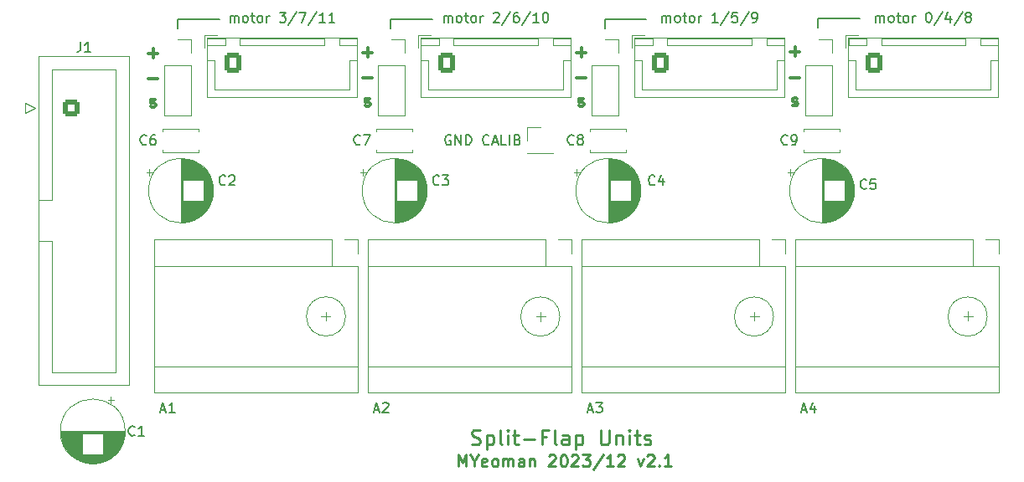
<source format=gbr>
%TF.GenerationSoftware,KiCad,Pcbnew,8.0.0*%
%TF.CreationDate,2024-03-11T16:38:20+11:00*%
%TF.ProjectId,split-flap-units,73706c69-742d-4666-9c61-702d756e6974,rev?*%
%TF.SameCoordinates,Original*%
%TF.FileFunction,Legend,Top*%
%TF.FilePolarity,Positive*%
%FSLAX46Y46*%
G04 Gerber Fmt 4.6, Leading zero omitted, Abs format (unit mm)*
G04 Created by KiCad (PCBNEW 8.0.0) date 2024-03-11 16:38:20*
%MOMM*%
%LPD*%
G01*
G04 APERTURE LIST*
G04 Aperture macros list*
%AMRoundRect*
0 Rectangle with rounded corners*
0 $1 Rounding radius*
0 $2 $3 $4 $5 $6 $7 $8 $9 X,Y pos of 4 corners*
0 Add a 4 corners polygon primitive as box body*
4,1,4,$2,$3,$4,$5,$6,$7,$8,$9,$2,$3,0*
0 Add four circle primitives for the rounded corners*
1,1,$1+$1,$2,$3*
1,1,$1+$1,$4,$5*
1,1,$1+$1,$6,$7*
1,1,$1+$1,$8,$9*
0 Add four rect primitives between the rounded corners*
20,1,$1+$1,$2,$3,$4,$5,0*
20,1,$1+$1,$4,$5,$6,$7,0*
20,1,$1+$1,$6,$7,$8,$9,0*
20,1,$1+$1,$8,$9,$2,$3,0*%
G04 Aperture macros list end*
%ADD10C,0.150000*%
%ADD11C,0.100000*%
%ADD12C,0.300000*%
%ADD13C,0.250000*%
%ADD14C,0.120000*%
%ADD15R,1.600000X1.600000*%
%ADD16O,1.600000X1.600000*%
%ADD17RoundRect,0.250000X-0.600000X-0.725000X0.600000X-0.725000X0.600000X0.725000X-0.600000X0.725000X0*%
%ADD18O,1.700000X1.950000*%
%ADD19R,1.700000X1.700000*%
%ADD20O,1.700000X1.700000*%
%ADD21C,1.600000*%
%ADD22C,6.400000*%
%ADD23RoundRect,0.250000X-0.600000X-0.600000X0.600000X-0.600000X0.600000X0.600000X-0.600000X0.600000X0*%
%ADD24C,1.700000*%
G04 APERTURE END LIST*
D10*
X94919800Y-80949800D02*
X94919800Y-81864200D01*
X142290800Y-80975200D02*
X138074400Y-80975200D01*
D11*
X133555803Y-111046197D02*
G75*
G02*
X129588197Y-111046197I-1983803J0D01*
G01*
X129588197Y-111046197D02*
G75*
G02*
X133555803Y-111046197I1983803J0D01*
G01*
D10*
X99136200Y-80949800D02*
X94919800Y-80949800D01*
D11*
X176735803Y-111046197D02*
G75*
G02*
X172768197Y-111046197I-1983803J0D01*
G01*
X172768197Y-111046197D02*
G75*
G02*
X176735803Y-111046197I1983803J0D01*
G01*
D10*
X120650000Y-80949800D02*
X116433600Y-80949800D01*
D11*
X111906660Y-111027500D02*
G75*
G02*
X107939054Y-111027500I-1983803J0D01*
G01*
X107939054Y-111027500D02*
G75*
G02*
X111906660Y-111027500I1983803J0D01*
G01*
D10*
X138074400Y-80975200D02*
X138074400Y-81889600D01*
X116433600Y-80949800D02*
X116433600Y-81864200D01*
X159639000Y-80924400D02*
X159639000Y-81838800D01*
D11*
X155145803Y-111046197D02*
G75*
G02*
X151178197Y-111046197I-1983803J0D01*
G01*
X151178197Y-111046197D02*
G75*
G02*
X155145803Y-111046197I1983803J0D01*
G01*
D10*
X163855400Y-80924400D02*
X159639000Y-80924400D01*
D11*
X131176503Y-111040800D02*
X132090789Y-111040800D01*
X131633646Y-111497942D02*
X131633646Y-110583657D01*
D12*
X157050939Y-89655400D02*
X157165225Y-89712542D01*
X157165225Y-89712542D02*
X157393796Y-89712542D01*
X157393796Y-89712542D02*
X157508082Y-89655400D01*
X157508082Y-89655400D02*
X157565225Y-89541114D01*
X157565225Y-89541114D02*
X157565225Y-89483971D01*
X157565225Y-89483971D02*
X157508082Y-89369685D01*
X157508082Y-89369685D02*
X157393796Y-89312542D01*
X157393796Y-89312542D02*
X157222368Y-89312542D01*
X157222368Y-89312542D02*
X157108082Y-89255400D01*
X157108082Y-89255400D02*
X157050939Y-89141114D01*
X157050939Y-89141114D02*
X157050939Y-89083971D01*
X157050939Y-89083971D02*
X157108082Y-88969685D01*
X157108082Y-88969685D02*
X157222368Y-88912542D01*
X157222368Y-88912542D02*
X157393796Y-88912542D01*
X157393796Y-88912542D02*
X157508082Y-88969685D01*
X92200939Y-89805400D02*
X92315225Y-89862542D01*
X92315225Y-89862542D02*
X92543796Y-89862542D01*
X92543796Y-89862542D02*
X92658082Y-89805400D01*
X92658082Y-89805400D02*
X92715225Y-89691114D01*
X92715225Y-89691114D02*
X92715225Y-89633971D01*
X92715225Y-89633971D02*
X92658082Y-89519685D01*
X92658082Y-89519685D02*
X92543796Y-89462542D01*
X92543796Y-89462542D02*
X92372368Y-89462542D01*
X92372368Y-89462542D02*
X92258082Y-89405400D01*
X92258082Y-89405400D02*
X92200939Y-89291114D01*
X92200939Y-89291114D02*
X92200939Y-89233971D01*
X92200939Y-89233971D02*
X92258082Y-89119685D01*
X92258082Y-89119685D02*
X92372368Y-89062542D01*
X92372368Y-89062542D02*
X92543796Y-89062542D01*
X92543796Y-89062542D02*
X92658082Y-89119685D01*
X113875939Y-89730400D02*
X113990225Y-89787542D01*
X113990225Y-89787542D02*
X114218796Y-89787542D01*
X114218796Y-89787542D02*
X114333082Y-89730400D01*
X114333082Y-89730400D02*
X114390225Y-89616114D01*
X114390225Y-89616114D02*
X114390225Y-89558971D01*
X114390225Y-89558971D02*
X114333082Y-89444685D01*
X114333082Y-89444685D02*
X114218796Y-89387542D01*
X114218796Y-89387542D02*
X114047368Y-89387542D01*
X114047368Y-89387542D02*
X113933082Y-89330400D01*
X113933082Y-89330400D02*
X113875939Y-89216114D01*
X113875939Y-89216114D02*
X113875939Y-89158971D01*
X113875939Y-89158971D02*
X113933082Y-89044685D01*
X113933082Y-89044685D02*
X114047368Y-88987542D01*
X114047368Y-88987542D02*
X114218796Y-88987542D01*
X114218796Y-88987542D02*
X114333082Y-89044685D01*
X156850939Y-84260400D02*
X157765225Y-84260400D01*
X157308082Y-84717542D02*
X157308082Y-83803257D01*
D13*
X123300187Y-126215142D02*
X123300187Y-125015142D01*
X123300187Y-125015142D02*
X123700187Y-125872285D01*
X123700187Y-125872285D02*
X124100187Y-125015142D01*
X124100187Y-125015142D02*
X124100187Y-126215142D01*
X124900187Y-125643714D02*
X124900187Y-126215142D01*
X124500187Y-125015142D02*
X124900187Y-125643714D01*
X124900187Y-125643714D02*
X125300187Y-125015142D01*
X126157330Y-126158000D02*
X126043044Y-126215142D01*
X126043044Y-126215142D02*
X125814473Y-126215142D01*
X125814473Y-126215142D02*
X125700187Y-126158000D01*
X125700187Y-126158000D02*
X125643044Y-126043714D01*
X125643044Y-126043714D02*
X125643044Y-125586571D01*
X125643044Y-125586571D02*
X125700187Y-125472285D01*
X125700187Y-125472285D02*
X125814473Y-125415142D01*
X125814473Y-125415142D02*
X126043044Y-125415142D01*
X126043044Y-125415142D02*
X126157330Y-125472285D01*
X126157330Y-125472285D02*
X126214473Y-125586571D01*
X126214473Y-125586571D02*
X126214473Y-125700857D01*
X126214473Y-125700857D02*
X125643044Y-125815142D01*
X126900186Y-126215142D02*
X126785901Y-126158000D01*
X126785901Y-126158000D02*
X126728758Y-126100857D01*
X126728758Y-126100857D02*
X126671615Y-125986571D01*
X126671615Y-125986571D02*
X126671615Y-125643714D01*
X126671615Y-125643714D02*
X126728758Y-125529428D01*
X126728758Y-125529428D02*
X126785901Y-125472285D01*
X126785901Y-125472285D02*
X126900186Y-125415142D01*
X126900186Y-125415142D02*
X127071615Y-125415142D01*
X127071615Y-125415142D02*
X127185901Y-125472285D01*
X127185901Y-125472285D02*
X127243044Y-125529428D01*
X127243044Y-125529428D02*
X127300186Y-125643714D01*
X127300186Y-125643714D02*
X127300186Y-125986571D01*
X127300186Y-125986571D02*
X127243044Y-126100857D01*
X127243044Y-126100857D02*
X127185901Y-126158000D01*
X127185901Y-126158000D02*
X127071615Y-126215142D01*
X127071615Y-126215142D02*
X126900186Y-126215142D01*
X127814472Y-126215142D02*
X127814472Y-125415142D01*
X127814472Y-125529428D02*
X127871615Y-125472285D01*
X127871615Y-125472285D02*
X127985900Y-125415142D01*
X127985900Y-125415142D02*
X128157329Y-125415142D01*
X128157329Y-125415142D02*
X128271615Y-125472285D01*
X128271615Y-125472285D02*
X128328758Y-125586571D01*
X128328758Y-125586571D02*
X128328758Y-126215142D01*
X128328758Y-125586571D02*
X128385900Y-125472285D01*
X128385900Y-125472285D02*
X128500186Y-125415142D01*
X128500186Y-125415142D02*
X128671615Y-125415142D01*
X128671615Y-125415142D02*
X128785900Y-125472285D01*
X128785900Y-125472285D02*
X128843043Y-125586571D01*
X128843043Y-125586571D02*
X128843043Y-126215142D01*
X129928758Y-126215142D02*
X129928758Y-125586571D01*
X129928758Y-125586571D02*
X129871615Y-125472285D01*
X129871615Y-125472285D02*
X129757329Y-125415142D01*
X129757329Y-125415142D02*
X129528758Y-125415142D01*
X129528758Y-125415142D02*
X129414472Y-125472285D01*
X129928758Y-126158000D02*
X129814472Y-126215142D01*
X129814472Y-126215142D02*
X129528758Y-126215142D01*
X129528758Y-126215142D02*
X129414472Y-126158000D01*
X129414472Y-126158000D02*
X129357329Y-126043714D01*
X129357329Y-126043714D02*
X129357329Y-125929428D01*
X129357329Y-125929428D02*
X129414472Y-125815142D01*
X129414472Y-125815142D02*
X129528758Y-125758000D01*
X129528758Y-125758000D02*
X129814472Y-125758000D01*
X129814472Y-125758000D02*
X129928758Y-125700857D01*
X130500186Y-125415142D02*
X130500186Y-126215142D01*
X130500186Y-125529428D02*
X130557329Y-125472285D01*
X130557329Y-125472285D02*
X130671614Y-125415142D01*
X130671614Y-125415142D02*
X130843043Y-125415142D01*
X130843043Y-125415142D02*
X130957329Y-125472285D01*
X130957329Y-125472285D02*
X131014472Y-125586571D01*
X131014472Y-125586571D02*
X131014472Y-126215142D01*
X132443043Y-125129428D02*
X132500186Y-125072285D01*
X132500186Y-125072285D02*
X132614472Y-125015142D01*
X132614472Y-125015142D02*
X132900186Y-125015142D01*
X132900186Y-125015142D02*
X133014472Y-125072285D01*
X133014472Y-125072285D02*
X133071614Y-125129428D01*
X133071614Y-125129428D02*
X133128757Y-125243714D01*
X133128757Y-125243714D02*
X133128757Y-125358000D01*
X133128757Y-125358000D02*
X133071614Y-125529428D01*
X133071614Y-125529428D02*
X132385900Y-126215142D01*
X132385900Y-126215142D02*
X133128757Y-126215142D01*
X133871614Y-125015142D02*
X133985900Y-125015142D01*
X133985900Y-125015142D02*
X134100186Y-125072285D01*
X134100186Y-125072285D02*
X134157329Y-125129428D01*
X134157329Y-125129428D02*
X134214471Y-125243714D01*
X134214471Y-125243714D02*
X134271614Y-125472285D01*
X134271614Y-125472285D02*
X134271614Y-125758000D01*
X134271614Y-125758000D02*
X134214471Y-125986571D01*
X134214471Y-125986571D02*
X134157329Y-126100857D01*
X134157329Y-126100857D02*
X134100186Y-126158000D01*
X134100186Y-126158000D02*
X133985900Y-126215142D01*
X133985900Y-126215142D02*
X133871614Y-126215142D01*
X133871614Y-126215142D02*
X133757329Y-126158000D01*
X133757329Y-126158000D02*
X133700186Y-126100857D01*
X133700186Y-126100857D02*
X133643043Y-125986571D01*
X133643043Y-125986571D02*
X133585900Y-125758000D01*
X133585900Y-125758000D02*
X133585900Y-125472285D01*
X133585900Y-125472285D02*
X133643043Y-125243714D01*
X133643043Y-125243714D02*
X133700186Y-125129428D01*
X133700186Y-125129428D02*
X133757329Y-125072285D01*
X133757329Y-125072285D02*
X133871614Y-125015142D01*
X134728757Y-125129428D02*
X134785900Y-125072285D01*
X134785900Y-125072285D02*
X134900186Y-125015142D01*
X134900186Y-125015142D02*
X135185900Y-125015142D01*
X135185900Y-125015142D02*
X135300186Y-125072285D01*
X135300186Y-125072285D02*
X135357328Y-125129428D01*
X135357328Y-125129428D02*
X135414471Y-125243714D01*
X135414471Y-125243714D02*
X135414471Y-125358000D01*
X135414471Y-125358000D02*
X135357328Y-125529428D01*
X135357328Y-125529428D02*
X134671614Y-126215142D01*
X134671614Y-126215142D02*
X135414471Y-126215142D01*
X135814471Y-125015142D02*
X136557328Y-125015142D01*
X136557328Y-125015142D02*
X136157328Y-125472285D01*
X136157328Y-125472285D02*
X136328757Y-125472285D01*
X136328757Y-125472285D02*
X136443043Y-125529428D01*
X136443043Y-125529428D02*
X136500185Y-125586571D01*
X136500185Y-125586571D02*
X136557328Y-125700857D01*
X136557328Y-125700857D02*
X136557328Y-125986571D01*
X136557328Y-125986571D02*
X136500185Y-126100857D01*
X136500185Y-126100857D02*
X136443043Y-126158000D01*
X136443043Y-126158000D02*
X136328757Y-126215142D01*
X136328757Y-126215142D02*
X135985900Y-126215142D01*
X135985900Y-126215142D02*
X135871614Y-126158000D01*
X135871614Y-126158000D02*
X135814471Y-126100857D01*
X137928757Y-124958000D02*
X136900185Y-126500857D01*
X138957328Y-126215142D02*
X138271614Y-126215142D01*
X138614471Y-126215142D02*
X138614471Y-125015142D01*
X138614471Y-125015142D02*
X138500185Y-125186571D01*
X138500185Y-125186571D02*
X138385900Y-125300857D01*
X138385900Y-125300857D02*
X138271614Y-125358000D01*
X139414471Y-125129428D02*
X139471614Y-125072285D01*
X139471614Y-125072285D02*
X139585900Y-125015142D01*
X139585900Y-125015142D02*
X139871614Y-125015142D01*
X139871614Y-125015142D02*
X139985900Y-125072285D01*
X139985900Y-125072285D02*
X140043042Y-125129428D01*
X140043042Y-125129428D02*
X140100185Y-125243714D01*
X140100185Y-125243714D02*
X140100185Y-125358000D01*
X140100185Y-125358000D02*
X140043042Y-125529428D01*
X140043042Y-125529428D02*
X139357328Y-126215142D01*
X139357328Y-126215142D02*
X140100185Y-126215142D01*
X141414471Y-125415142D02*
X141700185Y-126215142D01*
X141700185Y-126215142D02*
X141985900Y-125415142D01*
X142385900Y-125129428D02*
X142443043Y-125072285D01*
X142443043Y-125072285D02*
X142557329Y-125015142D01*
X142557329Y-125015142D02*
X142843043Y-125015142D01*
X142843043Y-125015142D02*
X142957329Y-125072285D01*
X142957329Y-125072285D02*
X143014471Y-125129428D01*
X143014471Y-125129428D02*
X143071614Y-125243714D01*
X143071614Y-125243714D02*
X143071614Y-125358000D01*
X143071614Y-125358000D02*
X143014471Y-125529428D01*
X143014471Y-125529428D02*
X142328757Y-126215142D01*
X142328757Y-126215142D02*
X143071614Y-126215142D01*
X143585900Y-126100857D02*
X143643043Y-126158000D01*
X143643043Y-126158000D02*
X143585900Y-126215142D01*
X143585900Y-126215142D02*
X143528757Y-126158000D01*
X143528757Y-126158000D02*
X143585900Y-126100857D01*
X143585900Y-126100857D02*
X143585900Y-126215142D01*
X144785900Y-126215142D02*
X144100186Y-126215142D01*
X144443043Y-126215142D02*
X144443043Y-125015142D01*
X144443043Y-125015142D02*
X144328757Y-125186571D01*
X144328757Y-125186571D02*
X144214472Y-125300857D01*
X144214472Y-125300857D02*
X144100186Y-125358000D01*
X124656187Y-123938000D02*
X124870473Y-124009428D01*
X124870473Y-124009428D02*
X125227615Y-124009428D01*
X125227615Y-124009428D02*
X125370473Y-123938000D01*
X125370473Y-123938000D02*
X125441901Y-123866571D01*
X125441901Y-123866571D02*
X125513330Y-123723714D01*
X125513330Y-123723714D02*
X125513330Y-123580857D01*
X125513330Y-123580857D02*
X125441901Y-123438000D01*
X125441901Y-123438000D02*
X125370473Y-123366571D01*
X125370473Y-123366571D02*
X125227615Y-123295142D01*
X125227615Y-123295142D02*
X124941901Y-123223714D01*
X124941901Y-123223714D02*
X124799044Y-123152285D01*
X124799044Y-123152285D02*
X124727615Y-123080857D01*
X124727615Y-123080857D02*
X124656187Y-122938000D01*
X124656187Y-122938000D02*
X124656187Y-122795142D01*
X124656187Y-122795142D02*
X124727615Y-122652285D01*
X124727615Y-122652285D02*
X124799044Y-122580857D01*
X124799044Y-122580857D02*
X124941901Y-122509428D01*
X124941901Y-122509428D02*
X125299044Y-122509428D01*
X125299044Y-122509428D02*
X125513330Y-122580857D01*
X126156186Y-123009428D02*
X126156186Y-124509428D01*
X126156186Y-123080857D02*
X126299044Y-123009428D01*
X126299044Y-123009428D02*
X126584758Y-123009428D01*
X126584758Y-123009428D02*
X126727615Y-123080857D01*
X126727615Y-123080857D02*
X126799044Y-123152285D01*
X126799044Y-123152285D02*
X126870472Y-123295142D01*
X126870472Y-123295142D02*
X126870472Y-123723714D01*
X126870472Y-123723714D02*
X126799044Y-123866571D01*
X126799044Y-123866571D02*
X126727615Y-123938000D01*
X126727615Y-123938000D02*
X126584758Y-124009428D01*
X126584758Y-124009428D02*
X126299044Y-124009428D01*
X126299044Y-124009428D02*
X126156186Y-123938000D01*
X127727615Y-124009428D02*
X127584758Y-123938000D01*
X127584758Y-123938000D02*
X127513329Y-123795142D01*
X127513329Y-123795142D02*
X127513329Y-122509428D01*
X128299043Y-124009428D02*
X128299043Y-123009428D01*
X128299043Y-122509428D02*
X128227615Y-122580857D01*
X128227615Y-122580857D02*
X128299043Y-122652285D01*
X128299043Y-122652285D02*
X128370472Y-122580857D01*
X128370472Y-122580857D02*
X128299043Y-122509428D01*
X128299043Y-122509428D02*
X128299043Y-122652285D01*
X128799044Y-123009428D02*
X129370472Y-123009428D01*
X129013329Y-122509428D02*
X129013329Y-123795142D01*
X129013329Y-123795142D02*
X129084758Y-123938000D01*
X129084758Y-123938000D02*
X129227615Y-124009428D01*
X129227615Y-124009428D02*
X129370472Y-124009428D01*
X129870472Y-123438000D02*
X131013330Y-123438000D01*
X132227615Y-123223714D02*
X131727615Y-123223714D01*
X131727615Y-124009428D02*
X131727615Y-122509428D01*
X131727615Y-122509428D02*
X132441901Y-122509428D01*
X133227615Y-124009428D02*
X133084758Y-123938000D01*
X133084758Y-123938000D02*
X133013329Y-123795142D01*
X133013329Y-123795142D02*
X133013329Y-122509428D01*
X134441901Y-124009428D02*
X134441901Y-123223714D01*
X134441901Y-123223714D02*
X134370472Y-123080857D01*
X134370472Y-123080857D02*
X134227615Y-123009428D01*
X134227615Y-123009428D02*
X133941901Y-123009428D01*
X133941901Y-123009428D02*
X133799043Y-123080857D01*
X134441901Y-123938000D02*
X134299043Y-124009428D01*
X134299043Y-124009428D02*
X133941901Y-124009428D01*
X133941901Y-124009428D02*
X133799043Y-123938000D01*
X133799043Y-123938000D02*
X133727615Y-123795142D01*
X133727615Y-123795142D02*
X133727615Y-123652285D01*
X133727615Y-123652285D02*
X133799043Y-123509428D01*
X133799043Y-123509428D02*
X133941901Y-123438000D01*
X133941901Y-123438000D02*
X134299043Y-123438000D01*
X134299043Y-123438000D02*
X134441901Y-123366571D01*
X135156186Y-123009428D02*
X135156186Y-124509428D01*
X135156186Y-123080857D02*
X135299044Y-123009428D01*
X135299044Y-123009428D02*
X135584758Y-123009428D01*
X135584758Y-123009428D02*
X135727615Y-123080857D01*
X135727615Y-123080857D02*
X135799044Y-123152285D01*
X135799044Y-123152285D02*
X135870472Y-123295142D01*
X135870472Y-123295142D02*
X135870472Y-123723714D01*
X135870472Y-123723714D02*
X135799044Y-123866571D01*
X135799044Y-123866571D02*
X135727615Y-123938000D01*
X135727615Y-123938000D02*
X135584758Y-124009428D01*
X135584758Y-124009428D02*
X135299044Y-124009428D01*
X135299044Y-124009428D02*
X135156186Y-123938000D01*
X137656186Y-122509428D02*
X137656186Y-123723714D01*
X137656186Y-123723714D02*
X137727615Y-123866571D01*
X137727615Y-123866571D02*
X137799044Y-123938000D01*
X137799044Y-123938000D02*
X137941901Y-124009428D01*
X137941901Y-124009428D02*
X138227615Y-124009428D01*
X138227615Y-124009428D02*
X138370472Y-123938000D01*
X138370472Y-123938000D02*
X138441901Y-123866571D01*
X138441901Y-123866571D02*
X138513329Y-123723714D01*
X138513329Y-123723714D02*
X138513329Y-122509428D01*
X139227615Y-123009428D02*
X139227615Y-124009428D01*
X139227615Y-123152285D02*
X139299044Y-123080857D01*
X139299044Y-123080857D02*
X139441901Y-123009428D01*
X139441901Y-123009428D02*
X139656187Y-123009428D01*
X139656187Y-123009428D02*
X139799044Y-123080857D01*
X139799044Y-123080857D02*
X139870473Y-123223714D01*
X139870473Y-123223714D02*
X139870473Y-124009428D01*
X140584758Y-124009428D02*
X140584758Y-123009428D01*
X140584758Y-122509428D02*
X140513330Y-122580857D01*
X140513330Y-122580857D02*
X140584758Y-122652285D01*
X140584758Y-122652285D02*
X140656187Y-122580857D01*
X140656187Y-122580857D02*
X140584758Y-122509428D01*
X140584758Y-122509428D02*
X140584758Y-122652285D01*
X141084759Y-123009428D02*
X141656187Y-123009428D01*
X141299044Y-122509428D02*
X141299044Y-123795142D01*
X141299044Y-123795142D02*
X141370473Y-123938000D01*
X141370473Y-123938000D02*
X141513330Y-124009428D01*
X141513330Y-124009428D02*
X141656187Y-124009428D01*
X142084759Y-123938000D02*
X142227616Y-124009428D01*
X142227616Y-124009428D02*
X142513330Y-124009428D01*
X142513330Y-124009428D02*
X142656187Y-123938000D01*
X142656187Y-123938000D02*
X142727616Y-123795142D01*
X142727616Y-123795142D02*
X142727616Y-123723714D01*
X142727616Y-123723714D02*
X142656187Y-123580857D01*
X142656187Y-123580857D02*
X142513330Y-123509428D01*
X142513330Y-123509428D02*
X142299045Y-123509428D01*
X142299045Y-123509428D02*
X142156187Y-123438000D01*
X142156187Y-123438000D02*
X142084759Y-123295142D01*
X142084759Y-123295142D02*
X142084759Y-123223714D01*
X142084759Y-123223714D02*
X142156187Y-123080857D01*
X142156187Y-123080857D02*
X142299045Y-123009428D01*
X142299045Y-123009428D02*
X142513330Y-123009428D01*
X142513330Y-123009428D02*
X142656187Y-123080857D01*
D11*
X152751503Y-111015800D02*
X153665789Y-111015800D01*
X153208646Y-111472942D02*
X153208646Y-110558657D01*
D12*
X135250939Y-86935400D02*
X136165225Y-86935400D01*
X135250939Y-84335400D02*
X136165225Y-84335400D01*
X135708082Y-84792542D02*
X135708082Y-83878257D01*
X156850939Y-86860400D02*
X157765225Y-86860400D01*
X113675939Y-86935400D02*
X114590225Y-86935400D01*
X135450939Y-89730400D02*
X135565225Y-89787542D01*
X135565225Y-89787542D02*
X135793796Y-89787542D01*
X135793796Y-89787542D02*
X135908082Y-89730400D01*
X135908082Y-89730400D02*
X135965225Y-89616114D01*
X135965225Y-89616114D02*
X135965225Y-89558971D01*
X135965225Y-89558971D02*
X135908082Y-89444685D01*
X135908082Y-89444685D02*
X135793796Y-89387542D01*
X135793796Y-89387542D02*
X135622368Y-89387542D01*
X135622368Y-89387542D02*
X135508082Y-89330400D01*
X135508082Y-89330400D02*
X135450939Y-89216114D01*
X135450939Y-89216114D02*
X135450939Y-89158971D01*
X135450939Y-89158971D02*
X135508082Y-89044685D01*
X135508082Y-89044685D02*
X135622368Y-88987542D01*
X135622368Y-88987542D02*
X135793796Y-88987542D01*
X135793796Y-88987542D02*
X135908082Y-89044685D01*
D11*
X109451503Y-111015800D02*
X110365789Y-111015800D01*
X109908646Y-111472942D02*
X109908646Y-110558657D01*
D12*
X113675939Y-84335400D02*
X114590225Y-84335400D01*
X114133082Y-84792542D02*
X114133082Y-83878257D01*
X92000939Y-84410400D02*
X92915225Y-84410400D01*
X92458082Y-84867542D02*
X92458082Y-83953257D01*
X92000939Y-87010400D02*
X92915225Y-87010400D01*
D11*
X174351503Y-110990800D02*
X175265789Y-110990800D01*
X174808646Y-111447942D02*
X174808646Y-110533657D01*
D10*
X157982414Y-120467104D02*
X158458604Y-120467104D01*
X157887176Y-120752819D02*
X158220509Y-119752819D01*
X158220509Y-119752819D02*
X158553842Y-120752819D01*
X159315747Y-120086152D02*
X159315747Y-120752819D01*
X159077652Y-119705200D02*
X158839557Y-120419485D01*
X158839557Y-120419485D02*
X159458604Y-120419485D01*
X100228095Y-81282819D02*
X100228095Y-80616152D01*
X100228095Y-80711390D02*
X100275714Y-80663771D01*
X100275714Y-80663771D02*
X100370952Y-80616152D01*
X100370952Y-80616152D02*
X100513809Y-80616152D01*
X100513809Y-80616152D02*
X100609047Y-80663771D01*
X100609047Y-80663771D02*
X100656666Y-80759009D01*
X100656666Y-80759009D02*
X100656666Y-81282819D01*
X100656666Y-80759009D02*
X100704285Y-80663771D01*
X100704285Y-80663771D02*
X100799523Y-80616152D01*
X100799523Y-80616152D02*
X100942380Y-80616152D01*
X100942380Y-80616152D02*
X101037619Y-80663771D01*
X101037619Y-80663771D02*
X101085238Y-80759009D01*
X101085238Y-80759009D02*
X101085238Y-81282819D01*
X101704285Y-81282819D02*
X101609047Y-81235200D01*
X101609047Y-81235200D02*
X101561428Y-81187580D01*
X101561428Y-81187580D02*
X101513809Y-81092342D01*
X101513809Y-81092342D02*
X101513809Y-80806628D01*
X101513809Y-80806628D02*
X101561428Y-80711390D01*
X101561428Y-80711390D02*
X101609047Y-80663771D01*
X101609047Y-80663771D02*
X101704285Y-80616152D01*
X101704285Y-80616152D02*
X101847142Y-80616152D01*
X101847142Y-80616152D02*
X101942380Y-80663771D01*
X101942380Y-80663771D02*
X101989999Y-80711390D01*
X101989999Y-80711390D02*
X102037618Y-80806628D01*
X102037618Y-80806628D02*
X102037618Y-81092342D01*
X102037618Y-81092342D02*
X101989999Y-81187580D01*
X101989999Y-81187580D02*
X101942380Y-81235200D01*
X101942380Y-81235200D02*
X101847142Y-81282819D01*
X101847142Y-81282819D02*
X101704285Y-81282819D01*
X102323333Y-80616152D02*
X102704285Y-80616152D01*
X102466190Y-80282819D02*
X102466190Y-81139961D01*
X102466190Y-81139961D02*
X102513809Y-81235200D01*
X102513809Y-81235200D02*
X102609047Y-81282819D01*
X102609047Y-81282819D02*
X102704285Y-81282819D01*
X103180476Y-81282819D02*
X103085238Y-81235200D01*
X103085238Y-81235200D02*
X103037619Y-81187580D01*
X103037619Y-81187580D02*
X102990000Y-81092342D01*
X102990000Y-81092342D02*
X102990000Y-80806628D01*
X102990000Y-80806628D02*
X103037619Y-80711390D01*
X103037619Y-80711390D02*
X103085238Y-80663771D01*
X103085238Y-80663771D02*
X103180476Y-80616152D01*
X103180476Y-80616152D02*
X103323333Y-80616152D01*
X103323333Y-80616152D02*
X103418571Y-80663771D01*
X103418571Y-80663771D02*
X103466190Y-80711390D01*
X103466190Y-80711390D02*
X103513809Y-80806628D01*
X103513809Y-80806628D02*
X103513809Y-81092342D01*
X103513809Y-81092342D02*
X103466190Y-81187580D01*
X103466190Y-81187580D02*
X103418571Y-81235200D01*
X103418571Y-81235200D02*
X103323333Y-81282819D01*
X103323333Y-81282819D02*
X103180476Y-81282819D01*
X103942381Y-81282819D02*
X103942381Y-80616152D01*
X103942381Y-80806628D02*
X103990000Y-80711390D01*
X103990000Y-80711390D02*
X104037619Y-80663771D01*
X104037619Y-80663771D02*
X104132857Y-80616152D01*
X104132857Y-80616152D02*
X104228095Y-80616152D01*
X105228096Y-80282819D02*
X105847143Y-80282819D01*
X105847143Y-80282819D02*
X105513810Y-80663771D01*
X105513810Y-80663771D02*
X105656667Y-80663771D01*
X105656667Y-80663771D02*
X105751905Y-80711390D01*
X105751905Y-80711390D02*
X105799524Y-80759009D01*
X105799524Y-80759009D02*
X105847143Y-80854247D01*
X105847143Y-80854247D02*
X105847143Y-81092342D01*
X105847143Y-81092342D02*
X105799524Y-81187580D01*
X105799524Y-81187580D02*
X105751905Y-81235200D01*
X105751905Y-81235200D02*
X105656667Y-81282819D01*
X105656667Y-81282819D02*
X105370953Y-81282819D01*
X105370953Y-81282819D02*
X105275715Y-81235200D01*
X105275715Y-81235200D02*
X105228096Y-81187580D01*
X106990000Y-80235200D02*
X106132858Y-81520914D01*
X107228096Y-80282819D02*
X107894762Y-80282819D01*
X107894762Y-80282819D02*
X107466191Y-81282819D01*
X108990000Y-80235200D02*
X108132858Y-81520914D01*
X109847143Y-81282819D02*
X109275715Y-81282819D01*
X109561429Y-81282819D02*
X109561429Y-80282819D01*
X109561429Y-80282819D02*
X109466191Y-80425676D01*
X109466191Y-80425676D02*
X109370953Y-80520914D01*
X109370953Y-80520914D02*
X109275715Y-80568533D01*
X110799524Y-81282819D02*
X110228096Y-81282819D01*
X110513810Y-81282819D02*
X110513810Y-80282819D01*
X110513810Y-80282819D02*
X110418572Y-80425676D01*
X110418572Y-80425676D02*
X110323334Y-80520914D01*
X110323334Y-80520914D02*
X110228096Y-80568533D01*
X93212414Y-120467104D02*
X93688604Y-120467104D01*
X93117176Y-120752819D02*
X93450509Y-119752819D01*
X93450509Y-119752819D02*
X93783842Y-120752819D01*
X94640985Y-120752819D02*
X94069557Y-120752819D01*
X94355271Y-120752819D02*
X94355271Y-119752819D01*
X94355271Y-119752819D02*
X94260033Y-119895676D01*
X94260033Y-119895676D02*
X94164795Y-119990914D01*
X94164795Y-119990914D02*
X94069557Y-120038533D01*
X91781333Y-93577580D02*
X91733714Y-93625200D01*
X91733714Y-93625200D02*
X91590857Y-93672819D01*
X91590857Y-93672819D02*
X91495619Y-93672819D01*
X91495619Y-93672819D02*
X91352762Y-93625200D01*
X91352762Y-93625200D02*
X91257524Y-93529961D01*
X91257524Y-93529961D02*
X91209905Y-93434723D01*
X91209905Y-93434723D02*
X91162286Y-93244247D01*
X91162286Y-93244247D02*
X91162286Y-93101390D01*
X91162286Y-93101390D02*
X91209905Y-92910914D01*
X91209905Y-92910914D02*
X91257524Y-92815676D01*
X91257524Y-92815676D02*
X91352762Y-92720438D01*
X91352762Y-92720438D02*
X91495619Y-92672819D01*
X91495619Y-92672819D02*
X91590857Y-92672819D01*
X91590857Y-92672819D02*
X91733714Y-92720438D01*
X91733714Y-92720438D02*
X91781333Y-92768057D01*
X92638476Y-92672819D02*
X92448000Y-92672819D01*
X92448000Y-92672819D02*
X92352762Y-92720438D01*
X92352762Y-92720438D02*
X92305143Y-92768057D01*
X92305143Y-92768057D02*
X92209905Y-92910914D01*
X92209905Y-92910914D02*
X92162286Y-93101390D01*
X92162286Y-93101390D02*
X92162286Y-93482342D01*
X92162286Y-93482342D02*
X92209905Y-93577580D01*
X92209905Y-93577580D02*
X92257524Y-93625200D01*
X92257524Y-93625200D02*
X92352762Y-93672819D01*
X92352762Y-93672819D02*
X92543238Y-93672819D01*
X92543238Y-93672819D02*
X92638476Y-93625200D01*
X92638476Y-93625200D02*
X92686095Y-93577580D01*
X92686095Y-93577580D02*
X92733714Y-93482342D01*
X92733714Y-93482342D02*
X92733714Y-93244247D01*
X92733714Y-93244247D02*
X92686095Y-93149009D01*
X92686095Y-93149009D02*
X92638476Y-93101390D01*
X92638476Y-93101390D02*
X92543238Y-93053771D01*
X92543238Y-93053771D02*
X92352762Y-93053771D01*
X92352762Y-93053771D02*
X92257524Y-93101390D01*
X92257524Y-93101390D02*
X92209905Y-93149009D01*
X92209905Y-93149009D02*
X92162286Y-93244247D01*
X164523333Y-98057580D02*
X164475714Y-98105200D01*
X164475714Y-98105200D02*
X164332857Y-98152819D01*
X164332857Y-98152819D02*
X164237619Y-98152819D01*
X164237619Y-98152819D02*
X164094762Y-98105200D01*
X164094762Y-98105200D02*
X163999524Y-98009961D01*
X163999524Y-98009961D02*
X163951905Y-97914723D01*
X163951905Y-97914723D02*
X163904286Y-97724247D01*
X163904286Y-97724247D02*
X163904286Y-97581390D01*
X163904286Y-97581390D02*
X163951905Y-97390914D01*
X163951905Y-97390914D02*
X163999524Y-97295676D01*
X163999524Y-97295676D02*
X164094762Y-97200438D01*
X164094762Y-97200438D02*
X164237619Y-97152819D01*
X164237619Y-97152819D02*
X164332857Y-97152819D01*
X164332857Y-97152819D02*
X164475714Y-97200438D01*
X164475714Y-97200438D02*
X164523333Y-97248057D01*
X165428095Y-97152819D02*
X164951905Y-97152819D01*
X164951905Y-97152819D02*
X164904286Y-97629009D01*
X164904286Y-97629009D02*
X164951905Y-97581390D01*
X164951905Y-97581390D02*
X165047143Y-97533771D01*
X165047143Y-97533771D02*
X165285238Y-97533771D01*
X165285238Y-97533771D02*
X165380476Y-97581390D01*
X165380476Y-97581390D02*
X165428095Y-97629009D01*
X165428095Y-97629009D02*
X165475714Y-97724247D01*
X165475714Y-97724247D02*
X165475714Y-97962342D01*
X165475714Y-97962342D02*
X165428095Y-98057580D01*
X165428095Y-98057580D02*
X165380476Y-98105200D01*
X165380476Y-98105200D02*
X165285238Y-98152819D01*
X165285238Y-98152819D02*
X165047143Y-98152819D01*
X165047143Y-98152819D02*
X164951905Y-98105200D01*
X164951905Y-98105200D02*
X164904286Y-98057580D01*
X99753333Y-97657580D02*
X99705714Y-97705200D01*
X99705714Y-97705200D02*
X99562857Y-97752819D01*
X99562857Y-97752819D02*
X99467619Y-97752819D01*
X99467619Y-97752819D02*
X99324762Y-97705200D01*
X99324762Y-97705200D02*
X99229524Y-97609961D01*
X99229524Y-97609961D02*
X99181905Y-97514723D01*
X99181905Y-97514723D02*
X99134286Y-97324247D01*
X99134286Y-97324247D02*
X99134286Y-97181390D01*
X99134286Y-97181390D02*
X99181905Y-96990914D01*
X99181905Y-96990914D02*
X99229524Y-96895676D01*
X99229524Y-96895676D02*
X99324762Y-96800438D01*
X99324762Y-96800438D02*
X99467619Y-96752819D01*
X99467619Y-96752819D02*
X99562857Y-96752819D01*
X99562857Y-96752819D02*
X99705714Y-96800438D01*
X99705714Y-96800438D02*
X99753333Y-96848057D01*
X100134286Y-96848057D02*
X100181905Y-96800438D01*
X100181905Y-96800438D02*
X100277143Y-96752819D01*
X100277143Y-96752819D02*
X100515238Y-96752819D01*
X100515238Y-96752819D02*
X100610476Y-96800438D01*
X100610476Y-96800438D02*
X100658095Y-96848057D01*
X100658095Y-96848057D02*
X100705714Y-96943295D01*
X100705714Y-96943295D02*
X100705714Y-97038533D01*
X100705714Y-97038533D02*
X100658095Y-97181390D01*
X100658095Y-97181390D02*
X100086667Y-97752819D01*
X100086667Y-97752819D02*
X100705714Y-97752819D01*
X90593333Y-123021580D02*
X90545714Y-123069200D01*
X90545714Y-123069200D02*
X90402857Y-123116819D01*
X90402857Y-123116819D02*
X90307619Y-123116819D01*
X90307619Y-123116819D02*
X90164762Y-123069200D01*
X90164762Y-123069200D02*
X90069524Y-122973961D01*
X90069524Y-122973961D02*
X90021905Y-122878723D01*
X90021905Y-122878723D02*
X89974286Y-122688247D01*
X89974286Y-122688247D02*
X89974286Y-122545390D01*
X89974286Y-122545390D02*
X90021905Y-122354914D01*
X90021905Y-122354914D02*
X90069524Y-122259676D01*
X90069524Y-122259676D02*
X90164762Y-122164438D01*
X90164762Y-122164438D02*
X90307619Y-122116819D01*
X90307619Y-122116819D02*
X90402857Y-122116819D01*
X90402857Y-122116819D02*
X90545714Y-122164438D01*
X90545714Y-122164438D02*
X90593333Y-122212057D01*
X91545714Y-123116819D02*
X90974286Y-123116819D01*
X91260000Y-123116819D02*
X91260000Y-122116819D01*
X91260000Y-122116819D02*
X91164762Y-122259676D01*
X91164762Y-122259676D02*
X91069524Y-122354914D01*
X91069524Y-122354914D02*
X90974286Y-122402533D01*
X156551333Y-93577580D02*
X156503714Y-93625200D01*
X156503714Y-93625200D02*
X156360857Y-93672819D01*
X156360857Y-93672819D02*
X156265619Y-93672819D01*
X156265619Y-93672819D02*
X156122762Y-93625200D01*
X156122762Y-93625200D02*
X156027524Y-93529961D01*
X156027524Y-93529961D02*
X155979905Y-93434723D01*
X155979905Y-93434723D02*
X155932286Y-93244247D01*
X155932286Y-93244247D02*
X155932286Y-93101390D01*
X155932286Y-93101390D02*
X155979905Y-92910914D01*
X155979905Y-92910914D02*
X156027524Y-92815676D01*
X156027524Y-92815676D02*
X156122762Y-92720438D01*
X156122762Y-92720438D02*
X156265619Y-92672819D01*
X156265619Y-92672819D02*
X156360857Y-92672819D01*
X156360857Y-92672819D02*
X156503714Y-92720438D01*
X156503714Y-92720438D02*
X156551333Y-92768057D01*
X157027524Y-93672819D02*
X157218000Y-93672819D01*
X157218000Y-93672819D02*
X157313238Y-93625200D01*
X157313238Y-93625200D02*
X157360857Y-93577580D01*
X157360857Y-93577580D02*
X157456095Y-93434723D01*
X157456095Y-93434723D02*
X157503714Y-93244247D01*
X157503714Y-93244247D02*
X157503714Y-92863295D01*
X157503714Y-92863295D02*
X157456095Y-92768057D01*
X157456095Y-92768057D02*
X157408476Y-92720438D01*
X157408476Y-92720438D02*
X157313238Y-92672819D01*
X157313238Y-92672819D02*
X157122762Y-92672819D01*
X157122762Y-92672819D02*
X157027524Y-92720438D01*
X157027524Y-92720438D02*
X156979905Y-92768057D01*
X156979905Y-92768057D02*
X156932286Y-92863295D01*
X156932286Y-92863295D02*
X156932286Y-93101390D01*
X156932286Y-93101390D02*
X156979905Y-93196628D01*
X156979905Y-93196628D02*
X157027524Y-93244247D01*
X157027524Y-93244247D02*
X157122762Y-93291866D01*
X157122762Y-93291866D02*
X157313238Y-93291866D01*
X157313238Y-93291866D02*
X157408476Y-93244247D01*
X157408476Y-93244247D02*
X157456095Y-93196628D01*
X157456095Y-93196628D02*
X157503714Y-93101390D01*
X85126666Y-83270819D02*
X85126666Y-83985104D01*
X85126666Y-83985104D02*
X85079047Y-84127961D01*
X85079047Y-84127961D02*
X84983809Y-84223200D01*
X84983809Y-84223200D02*
X84840952Y-84270819D01*
X84840952Y-84270819D02*
X84745714Y-84270819D01*
X86126666Y-84270819D02*
X85555238Y-84270819D01*
X85840952Y-84270819D02*
X85840952Y-83270819D01*
X85840952Y-83270819D02*
X85745714Y-83413676D01*
X85745714Y-83413676D02*
X85650476Y-83508914D01*
X85650476Y-83508914D02*
X85555238Y-83556533D01*
X134961333Y-93577580D02*
X134913714Y-93625200D01*
X134913714Y-93625200D02*
X134770857Y-93672819D01*
X134770857Y-93672819D02*
X134675619Y-93672819D01*
X134675619Y-93672819D02*
X134532762Y-93625200D01*
X134532762Y-93625200D02*
X134437524Y-93529961D01*
X134437524Y-93529961D02*
X134389905Y-93434723D01*
X134389905Y-93434723D02*
X134342286Y-93244247D01*
X134342286Y-93244247D02*
X134342286Y-93101390D01*
X134342286Y-93101390D02*
X134389905Y-92910914D01*
X134389905Y-92910914D02*
X134437524Y-92815676D01*
X134437524Y-92815676D02*
X134532762Y-92720438D01*
X134532762Y-92720438D02*
X134675619Y-92672819D01*
X134675619Y-92672819D02*
X134770857Y-92672819D01*
X134770857Y-92672819D02*
X134913714Y-92720438D01*
X134913714Y-92720438D02*
X134961333Y-92768057D01*
X135532762Y-93101390D02*
X135437524Y-93053771D01*
X135437524Y-93053771D02*
X135389905Y-93006152D01*
X135389905Y-93006152D02*
X135342286Y-92910914D01*
X135342286Y-92910914D02*
X135342286Y-92863295D01*
X135342286Y-92863295D02*
X135389905Y-92768057D01*
X135389905Y-92768057D02*
X135437524Y-92720438D01*
X135437524Y-92720438D02*
X135532762Y-92672819D01*
X135532762Y-92672819D02*
X135723238Y-92672819D01*
X135723238Y-92672819D02*
X135818476Y-92720438D01*
X135818476Y-92720438D02*
X135866095Y-92768057D01*
X135866095Y-92768057D02*
X135913714Y-92863295D01*
X135913714Y-92863295D02*
X135913714Y-92910914D01*
X135913714Y-92910914D02*
X135866095Y-93006152D01*
X135866095Y-93006152D02*
X135818476Y-93053771D01*
X135818476Y-93053771D02*
X135723238Y-93101390D01*
X135723238Y-93101390D02*
X135532762Y-93101390D01*
X135532762Y-93101390D02*
X135437524Y-93149009D01*
X135437524Y-93149009D02*
X135389905Y-93196628D01*
X135389905Y-93196628D02*
X135342286Y-93291866D01*
X135342286Y-93291866D02*
X135342286Y-93482342D01*
X135342286Y-93482342D02*
X135389905Y-93577580D01*
X135389905Y-93577580D02*
X135437524Y-93625200D01*
X135437524Y-93625200D02*
X135532762Y-93672819D01*
X135532762Y-93672819D02*
X135723238Y-93672819D01*
X135723238Y-93672819D02*
X135818476Y-93625200D01*
X135818476Y-93625200D02*
X135866095Y-93577580D01*
X135866095Y-93577580D02*
X135913714Y-93482342D01*
X135913714Y-93482342D02*
X135913714Y-93291866D01*
X135913714Y-93291866D02*
X135866095Y-93196628D01*
X135866095Y-93196628D02*
X135818476Y-93149009D01*
X135818476Y-93149009D02*
X135723238Y-93101390D01*
X121343333Y-97657580D02*
X121295714Y-97705200D01*
X121295714Y-97705200D02*
X121152857Y-97752819D01*
X121152857Y-97752819D02*
X121057619Y-97752819D01*
X121057619Y-97752819D02*
X120914762Y-97705200D01*
X120914762Y-97705200D02*
X120819524Y-97609961D01*
X120819524Y-97609961D02*
X120771905Y-97514723D01*
X120771905Y-97514723D02*
X120724286Y-97324247D01*
X120724286Y-97324247D02*
X120724286Y-97181390D01*
X120724286Y-97181390D02*
X120771905Y-96990914D01*
X120771905Y-96990914D02*
X120819524Y-96895676D01*
X120819524Y-96895676D02*
X120914762Y-96800438D01*
X120914762Y-96800438D02*
X121057619Y-96752819D01*
X121057619Y-96752819D02*
X121152857Y-96752819D01*
X121152857Y-96752819D02*
X121295714Y-96800438D01*
X121295714Y-96800438D02*
X121343333Y-96848057D01*
X121676667Y-96752819D02*
X122295714Y-96752819D01*
X122295714Y-96752819D02*
X121962381Y-97133771D01*
X121962381Y-97133771D02*
X122105238Y-97133771D01*
X122105238Y-97133771D02*
X122200476Y-97181390D01*
X122200476Y-97181390D02*
X122248095Y-97229009D01*
X122248095Y-97229009D02*
X122295714Y-97324247D01*
X122295714Y-97324247D02*
X122295714Y-97562342D01*
X122295714Y-97562342D02*
X122248095Y-97657580D01*
X122248095Y-97657580D02*
X122200476Y-97705200D01*
X122200476Y-97705200D02*
X122105238Y-97752819D01*
X122105238Y-97752819D02*
X121819524Y-97752819D01*
X121819524Y-97752819D02*
X121724286Y-97705200D01*
X121724286Y-97705200D02*
X121676667Y-97657580D01*
X114802414Y-120467104D02*
X115278604Y-120467104D01*
X114707176Y-120752819D02*
X115040509Y-119752819D01*
X115040509Y-119752819D02*
X115373842Y-120752819D01*
X115659557Y-119848057D02*
X115707176Y-119800438D01*
X115707176Y-119800438D02*
X115802414Y-119752819D01*
X115802414Y-119752819D02*
X116040509Y-119752819D01*
X116040509Y-119752819D02*
X116135747Y-119800438D01*
X116135747Y-119800438D02*
X116183366Y-119848057D01*
X116183366Y-119848057D02*
X116230985Y-119943295D01*
X116230985Y-119943295D02*
X116230985Y-120038533D01*
X116230985Y-120038533D02*
X116183366Y-120181390D01*
X116183366Y-120181390D02*
X115611938Y-120752819D01*
X115611938Y-120752819D02*
X116230985Y-120752819D01*
X113371333Y-93577580D02*
X113323714Y-93625200D01*
X113323714Y-93625200D02*
X113180857Y-93672819D01*
X113180857Y-93672819D02*
X113085619Y-93672819D01*
X113085619Y-93672819D02*
X112942762Y-93625200D01*
X112942762Y-93625200D02*
X112847524Y-93529961D01*
X112847524Y-93529961D02*
X112799905Y-93434723D01*
X112799905Y-93434723D02*
X112752286Y-93244247D01*
X112752286Y-93244247D02*
X112752286Y-93101390D01*
X112752286Y-93101390D02*
X112799905Y-92910914D01*
X112799905Y-92910914D02*
X112847524Y-92815676D01*
X112847524Y-92815676D02*
X112942762Y-92720438D01*
X112942762Y-92720438D02*
X113085619Y-92672819D01*
X113085619Y-92672819D02*
X113180857Y-92672819D01*
X113180857Y-92672819D02*
X113323714Y-92720438D01*
X113323714Y-92720438D02*
X113371333Y-92768057D01*
X113704667Y-92672819D02*
X114371333Y-92672819D01*
X114371333Y-92672819D02*
X113942762Y-93672819D01*
X136392414Y-120467104D02*
X136868604Y-120467104D01*
X136297176Y-120752819D02*
X136630509Y-119752819D01*
X136630509Y-119752819D02*
X136963842Y-120752819D01*
X137201938Y-119752819D02*
X137820985Y-119752819D01*
X137820985Y-119752819D02*
X137487652Y-120133771D01*
X137487652Y-120133771D02*
X137630509Y-120133771D01*
X137630509Y-120133771D02*
X137725747Y-120181390D01*
X137725747Y-120181390D02*
X137773366Y-120229009D01*
X137773366Y-120229009D02*
X137820985Y-120324247D01*
X137820985Y-120324247D02*
X137820985Y-120562342D01*
X137820985Y-120562342D02*
X137773366Y-120657580D01*
X137773366Y-120657580D02*
X137725747Y-120705200D01*
X137725747Y-120705200D02*
X137630509Y-120752819D01*
X137630509Y-120752819D02*
X137344795Y-120752819D01*
X137344795Y-120752819D02*
X137249557Y-120705200D01*
X137249557Y-120705200D02*
X137201938Y-120657580D01*
X143884285Y-81282819D02*
X143884285Y-80616152D01*
X143884285Y-80711390D02*
X143931904Y-80663771D01*
X143931904Y-80663771D02*
X144027142Y-80616152D01*
X144027142Y-80616152D02*
X144169999Y-80616152D01*
X144169999Y-80616152D02*
X144265237Y-80663771D01*
X144265237Y-80663771D02*
X144312856Y-80759009D01*
X144312856Y-80759009D02*
X144312856Y-81282819D01*
X144312856Y-80759009D02*
X144360475Y-80663771D01*
X144360475Y-80663771D02*
X144455713Y-80616152D01*
X144455713Y-80616152D02*
X144598570Y-80616152D01*
X144598570Y-80616152D02*
X144693809Y-80663771D01*
X144693809Y-80663771D02*
X144741428Y-80759009D01*
X144741428Y-80759009D02*
X144741428Y-81282819D01*
X145360475Y-81282819D02*
X145265237Y-81235200D01*
X145265237Y-81235200D02*
X145217618Y-81187580D01*
X145217618Y-81187580D02*
X145169999Y-81092342D01*
X145169999Y-81092342D02*
X145169999Y-80806628D01*
X145169999Y-80806628D02*
X145217618Y-80711390D01*
X145217618Y-80711390D02*
X145265237Y-80663771D01*
X145265237Y-80663771D02*
X145360475Y-80616152D01*
X145360475Y-80616152D02*
X145503332Y-80616152D01*
X145503332Y-80616152D02*
X145598570Y-80663771D01*
X145598570Y-80663771D02*
X145646189Y-80711390D01*
X145646189Y-80711390D02*
X145693808Y-80806628D01*
X145693808Y-80806628D02*
X145693808Y-81092342D01*
X145693808Y-81092342D02*
X145646189Y-81187580D01*
X145646189Y-81187580D02*
X145598570Y-81235200D01*
X145598570Y-81235200D02*
X145503332Y-81282819D01*
X145503332Y-81282819D02*
X145360475Y-81282819D01*
X145979523Y-80616152D02*
X146360475Y-80616152D01*
X146122380Y-80282819D02*
X146122380Y-81139961D01*
X146122380Y-81139961D02*
X146169999Y-81235200D01*
X146169999Y-81235200D02*
X146265237Y-81282819D01*
X146265237Y-81282819D02*
X146360475Y-81282819D01*
X146836666Y-81282819D02*
X146741428Y-81235200D01*
X146741428Y-81235200D02*
X146693809Y-81187580D01*
X146693809Y-81187580D02*
X146646190Y-81092342D01*
X146646190Y-81092342D02*
X146646190Y-80806628D01*
X146646190Y-80806628D02*
X146693809Y-80711390D01*
X146693809Y-80711390D02*
X146741428Y-80663771D01*
X146741428Y-80663771D02*
X146836666Y-80616152D01*
X146836666Y-80616152D02*
X146979523Y-80616152D01*
X146979523Y-80616152D02*
X147074761Y-80663771D01*
X147074761Y-80663771D02*
X147122380Y-80711390D01*
X147122380Y-80711390D02*
X147169999Y-80806628D01*
X147169999Y-80806628D02*
X147169999Y-81092342D01*
X147169999Y-81092342D02*
X147122380Y-81187580D01*
X147122380Y-81187580D02*
X147074761Y-81235200D01*
X147074761Y-81235200D02*
X146979523Y-81282819D01*
X146979523Y-81282819D02*
X146836666Y-81282819D01*
X147598571Y-81282819D02*
X147598571Y-80616152D01*
X147598571Y-80806628D02*
X147646190Y-80711390D01*
X147646190Y-80711390D02*
X147693809Y-80663771D01*
X147693809Y-80663771D02*
X147789047Y-80616152D01*
X147789047Y-80616152D02*
X147884285Y-80616152D01*
X149503333Y-81282819D02*
X148931905Y-81282819D01*
X149217619Y-81282819D02*
X149217619Y-80282819D01*
X149217619Y-80282819D02*
X149122381Y-80425676D01*
X149122381Y-80425676D02*
X149027143Y-80520914D01*
X149027143Y-80520914D02*
X148931905Y-80568533D01*
X150646190Y-80235200D02*
X149789048Y-81520914D01*
X151455714Y-80282819D02*
X150979524Y-80282819D01*
X150979524Y-80282819D02*
X150931905Y-80759009D01*
X150931905Y-80759009D02*
X150979524Y-80711390D01*
X150979524Y-80711390D02*
X151074762Y-80663771D01*
X151074762Y-80663771D02*
X151312857Y-80663771D01*
X151312857Y-80663771D02*
X151408095Y-80711390D01*
X151408095Y-80711390D02*
X151455714Y-80759009D01*
X151455714Y-80759009D02*
X151503333Y-80854247D01*
X151503333Y-80854247D02*
X151503333Y-81092342D01*
X151503333Y-81092342D02*
X151455714Y-81187580D01*
X151455714Y-81187580D02*
X151408095Y-81235200D01*
X151408095Y-81235200D02*
X151312857Y-81282819D01*
X151312857Y-81282819D02*
X151074762Y-81282819D01*
X151074762Y-81282819D02*
X150979524Y-81235200D01*
X150979524Y-81235200D02*
X150931905Y-81187580D01*
X152646190Y-80235200D02*
X151789048Y-81520914D01*
X153027143Y-81282819D02*
X153217619Y-81282819D01*
X153217619Y-81282819D02*
X153312857Y-81235200D01*
X153312857Y-81235200D02*
X153360476Y-81187580D01*
X153360476Y-81187580D02*
X153455714Y-81044723D01*
X153455714Y-81044723D02*
X153503333Y-80854247D01*
X153503333Y-80854247D02*
X153503333Y-80473295D01*
X153503333Y-80473295D02*
X153455714Y-80378057D01*
X153455714Y-80378057D02*
X153408095Y-80330438D01*
X153408095Y-80330438D02*
X153312857Y-80282819D01*
X153312857Y-80282819D02*
X153122381Y-80282819D01*
X153122381Y-80282819D02*
X153027143Y-80330438D01*
X153027143Y-80330438D02*
X152979524Y-80378057D01*
X152979524Y-80378057D02*
X152931905Y-80473295D01*
X152931905Y-80473295D02*
X152931905Y-80711390D01*
X152931905Y-80711390D02*
X152979524Y-80806628D01*
X152979524Y-80806628D02*
X153027143Y-80854247D01*
X153027143Y-80854247D02*
X153122381Y-80901866D01*
X153122381Y-80901866D02*
X153312857Y-80901866D01*
X153312857Y-80901866D02*
X153408095Y-80854247D01*
X153408095Y-80854247D02*
X153455714Y-80806628D01*
X153455714Y-80806628D02*
X153503333Y-80711390D01*
X165484285Y-81282819D02*
X165484285Y-80616152D01*
X165484285Y-80711390D02*
X165531904Y-80663771D01*
X165531904Y-80663771D02*
X165627142Y-80616152D01*
X165627142Y-80616152D02*
X165769999Y-80616152D01*
X165769999Y-80616152D02*
X165865237Y-80663771D01*
X165865237Y-80663771D02*
X165912856Y-80759009D01*
X165912856Y-80759009D02*
X165912856Y-81282819D01*
X165912856Y-80759009D02*
X165960475Y-80663771D01*
X165960475Y-80663771D02*
X166055713Y-80616152D01*
X166055713Y-80616152D02*
X166198570Y-80616152D01*
X166198570Y-80616152D02*
X166293809Y-80663771D01*
X166293809Y-80663771D02*
X166341428Y-80759009D01*
X166341428Y-80759009D02*
X166341428Y-81282819D01*
X166960475Y-81282819D02*
X166865237Y-81235200D01*
X166865237Y-81235200D02*
X166817618Y-81187580D01*
X166817618Y-81187580D02*
X166769999Y-81092342D01*
X166769999Y-81092342D02*
X166769999Y-80806628D01*
X166769999Y-80806628D02*
X166817618Y-80711390D01*
X166817618Y-80711390D02*
X166865237Y-80663771D01*
X166865237Y-80663771D02*
X166960475Y-80616152D01*
X166960475Y-80616152D02*
X167103332Y-80616152D01*
X167103332Y-80616152D02*
X167198570Y-80663771D01*
X167198570Y-80663771D02*
X167246189Y-80711390D01*
X167246189Y-80711390D02*
X167293808Y-80806628D01*
X167293808Y-80806628D02*
X167293808Y-81092342D01*
X167293808Y-81092342D02*
X167246189Y-81187580D01*
X167246189Y-81187580D02*
X167198570Y-81235200D01*
X167198570Y-81235200D02*
X167103332Y-81282819D01*
X167103332Y-81282819D02*
X166960475Y-81282819D01*
X167579523Y-80616152D02*
X167960475Y-80616152D01*
X167722380Y-80282819D02*
X167722380Y-81139961D01*
X167722380Y-81139961D02*
X167769999Y-81235200D01*
X167769999Y-81235200D02*
X167865237Y-81282819D01*
X167865237Y-81282819D02*
X167960475Y-81282819D01*
X168436666Y-81282819D02*
X168341428Y-81235200D01*
X168341428Y-81235200D02*
X168293809Y-81187580D01*
X168293809Y-81187580D02*
X168246190Y-81092342D01*
X168246190Y-81092342D02*
X168246190Y-80806628D01*
X168246190Y-80806628D02*
X168293809Y-80711390D01*
X168293809Y-80711390D02*
X168341428Y-80663771D01*
X168341428Y-80663771D02*
X168436666Y-80616152D01*
X168436666Y-80616152D02*
X168579523Y-80616152D01*
X168579523Y-80616152D02*
X168674761Y-80663771D01*
X168674761Y-80663771D02*
X168722380Y-80711390D01*
X168722380Y-80711390D02*
X168769999Y-80806628D01*
X168769999Y-80806628D02*
X168769999Y-81092342D01*
X168769999Y-81092342D02*
X168722380Y-81187580D01*
X168722380Y-81187580D02*
X168674761Y-81235200D01*
X168674761Y-81235200D02*
X168579523Y-81282819D01*
X168579523Y-81282819D02*
X168436666Y-81282819D01*
X169198571Y-81282819D02*
X169198571Y-80616152D01*
X169198571Y-80806628D02*
X169246190Y-80711390D01*
X169246190Y-80711390D02*
X169293809Y-80663771D01*
X169293809Y-80663771D02*
X169389047Y-80616152D01*
X169389047Y-80616152D02*
X169484285Y-80616152D01*
X170770000Y-80282819D02*
X170865238Y-80282819D01*
X170865238Y-80282819D02*
X170960476Y-80330438D01*
X170960476Y-80330438D02*
X171008095Y-80378057D01*
X171008095Y-80378057D02*
X171055714Y-80473295D01*
X171055714Y-80473295D02*
X171103333Y-80663771D01*
X171103333Y-80663771D02*
X171103333Y-80901866D01*
X171103333Y-80901866D02*
X171055714Y-81092342D01*
X171055714Y-81092342D02*
X171008095Y-81187580D01*
X171008095Y-81187580D02*
X170960476Y-81235200D01*
X170960476Y-81235200D02*
X170865238Y-81282819D01*
X170865238Y-81282819D02*
X170770000Y-81282819D01*
X170770000Y-81282819D02*
X170674762Y-81235200D01*
X170674762Y-81235200D02*
X170627143Y-81187580D01*
X170627143Y-81187580D02*
X170579524Y-81092342D01*
X170579524Y-81092342D02*
X170531905Y-80901866D01*
X170531905Y-80901866D02*
X170531905Y-80663771D01*
X170531905Y-80663771D02*
X170579524Y-80473295D01*
X170579524Y-80473295D02*
X170627143Y-80378057D01*
X170627143Y-80378057D02*
X170674762Y-80330438D01*
X170674762Y-80330438D02*
X170770000Y-80282819D01*
X172246190Y-80235200D02*
X171389048Y-81520914D01*
X173008095Y-80616152D02*
X173008095Y-81282819D01*
X172770000Y-80235200D02*
X172531905Y-80949485D01*
X172531905Y-80949485D02*
X173150952Y-80949485D01*
X174246190Y-80235200D02*
X173389048Y-81520914D01*
X174722381Y-80711390D02*
X174627143Y-80663771D01*
X174627143Y-80663771D02*
X174579524Y-80616152D01*
X174579524Y-80616152D02*
X174531905Y-80520914D01*
X174531905Y-80520914D02*
X174531905Y-80473295D01*
X174531905Y-80473295D02*
X174579524Y-80378057D01*
X174579524Y-80378057D02*
X174627143Y-80330438D01*
X174627143Y-80330438D02*
X174722381Y-80282819D01*
X174722381Y-80282819D02*
X174912857Y-80282819D01*
X174912857Y-80282819D02*
X175008095Y-80330438D01*
X175008095Y-80330438D02*
X175055714Y-80378057D01*
X175055714Y-80378057D02*
X175103333Y-80473295D01*
X175103333Y-80473295D02*
X175103333Y-80520914D01*
X175103333Y-80520914D02*
X175055714Y-80616152D01*
X175055714Y-80616152D02*
X175008095Y-80663771D01*
X175008095Y-80663771D02*
X174912857Y-80711390D01*
X174912857Y-80711390D02*
X174722381Y-80711390D01*
X174722381Y-80711390D02*
X174627143Y-80759009D01*
X174627143Y-80759009D02*
X174579524Y-80806628D01*
X174579524Y-80806628D02*
X174531905Y-80901866D01*
X174531905Y-80901866D02*
X174531905Y-81092342D01*
X174531905Y-81092342D02*
X174579524Y-81187580D01*
X174579524Y-81187580D02*
X174627143Y-81235200D01*
X174627143Y-81235200D02*
X174722381Y-81282819D01*
X174722381Y-81282819D02*
X174912857Y-81282819D01*
X174912857Y-81282819D02*
X175008095Y-81235200D01*
X175008095Y-81235200D02*
X175055714Y-81187580D01*
X175055714Y-81187580D02*
X175103333Y-81092342D01*
X175103333Y-81092342D02*
X175103333Y-80901866D01*
X175103333Y-80901866D02*
X175055714Y-80806628D01*
X175055714Y-80806628D02*
X175008095Y-80759009D01*
X175008095Y-80759009D02*
X174912857Y-80711390D01*
X121818095Y-81282819D02*
X121818095Y-80616152D01*
X121818095Y-80711390D02*
X121865714Y-80663771D01*
X121865714Y-80663771D02*
X121960952Y-80616152D01*
X121960952Y-80616152D02*
X122103809Y-80616152D01*
X122103809Y-80616152D02*
X122199047Y-80663771D01*
X122199047Y-80663771D02*
X122246666Y-80759009D01*
X122246666Y-80759009D02*
X122246666Y-81282819D01*
X122246666Y-80759009D02*
X122294285Y-80663771D01*
X122294285Y-80663771D02*
X122389523Y-80616152D01*
X122389523Y-80616152D02*
X122532380Y-80616152D01*
X122532380Y-80616152D02*
X122627619Y-80663771D01*
X122627619Y-80663771D02*
X122675238Y-80759009D01*
X122675238Y-80759009D02*
X122675238Y-81282819D01*
X123294285Y-81282819D02*
X123199047Y-81235200D01*
X123199047Y-81235200D02*
X123151428Y-81187580D01*
X123151428Y-81187580D02*
X123103809Y-81092342D01*
X123103809Y-81092342D02*
X123103809Y-80806628D01*
X123103809Y-80806628D02*
X123151428Y-80711390D01*
X123151428Y-80711390D02*
X123199047Y-80663771D01*
X123199047Y-80663771D02*
X123294285Y-80616152D01*
X123294285Y-80616152D02*
X123437142Y-80616152D01*
X123437142Y-80616152D02*
X123532380Y-80663771D01*
X123532380Y-80663771D02*
X123579999Y-80711390D01*
X123579999Y-80711390D02*
X123627618Y-80806628D01*
X123627618Y-80806628D02*
X123627618Y-81092342D01*
X123627618Y-81092342D02*
X123579999Y-81187580D01*
X123579999Y-81187580D02*
X123532380Y-81235200D01*
X123532380Y-81235200D02*
X123437142Y-81282819D01*
X123437142Y-81282819D02*
X123294285Y-81282819D01*
X123913333Y-80616152D02*
X124294285Y-80616152D01*
X124056190Y-80282819D02*
X124056190Y-81139961D01*
X124056190Y-81139961D02*
X124103809Y-81235200D01*
X124103809Y-81235200D02*
X124199047Y-81282819D01*
X124199047Y-81282819D02*
X124294285Y-81282819D01*
X124770476Y-81282819D02*
X124675238Y-81235200D01*
X124675238Y-81235200D02*
X124627619Y-81187580D01*
X124627619Y-81187580D02*
X124580000Y-81092342D01*
X124580000Y-81092342D02*
X124580000Y-80806628D01*
X124580000Y-80806628D02*
X124627619Y-80711390D01*
X124627619Y-80711390D02*
X124675238Y-80663771D01*
X124675238Y-80663771D02*
X124770476Y-80616152D01*
X124770476Y-80616152D02*
X124913333Y-80616152D01*
X124913333Y-80616152D02*
X125008571Y-80663771D01*
X125008571Y-80663771D02*
X125056190Y-80711390D01*
X125056190Y-80711390D02*
X125103809Y-80806628D01*
X125103809Y-80806628D02*
X125103809Y-81092342D01*
X125103809Y-81092342D02*
X125056190Y-81187580D01*
X125056190Y-81187580D02*
X125008571Y-81235200D01*
X125008571Y-81235200D02*
X124913333Y-81282819D01*
X124913333Y-81282819D02*
X124770476Y-81282819D01*
X125532381Y-81282819D02*
X125532381Y-80616152D01*
X125532381Y-80806628D02*
X125580000Y-80711390D01*
X125580000Y-80711390D02*
X125627619Y-80663771D01*
X125627619Y-80663771D02*
X125722857Y-80616152D01*
X125722857Y-80616152D02*
X125818095Y-80616152D01*
X126865715Y-80378057D02*
X126913334Y-80330438D01*
X126913334Y-80330438D02*
X127008572Y-80282819D01*
X127008572Y-80282819D02*
X127246667Y-80282819D01*
X127246667Y-80282819D02*
X127341905Y-80330438D01*
X127341905Y-80330438D02*
X127389524Y-80378057D01*
X127389524Y-80378057D02*
X127437143Y-80473295D01*
X127437143Y-80473295D02*
X127437143Y-80568533D01*
X127437143Y-80568533D02*
X127389524Y-80711390D01*
X127389524Y-80711390D02*
X126818096Y-81282819D01*
X126818096Y-81282819D02*
X127437143Y-81282819D01*
X128580000Y-80235200D02*
X127722858Y-81520914D01*
X129341905Y-80282819D02*
X129151429Y-80282819D01*
X129151429Y-80282819D02*
X129056191Y-80330438D01*
X129056191Y-80330438D02*
X129008572Y-80378057D01*
X129008572Y-80378057D02*
X128913334Y-80520914D01*
X128913334Y-80520914D02*
X128865715Y-80711390D01*
X128865715Y-80711390D02*
X128865715Y-81092342D01*
X128865715Y-81092342D02*
X128913334Y-81187580D01*
X128913334Y-81187580D02*
X128960953Y-81235200D01*
X128960953Y-81235200D02*
X129056191Y-81282819D01*
X129056191Y-81282819D02*
X129246667Y-81282819D01*
X129246667Y-81282819D02*
X129341905Y-81235200D01*
X129341905Y-81235200D02*
X129389524Y-81187580D01*
X129389524Y-81187580D02*
X129437143Y-81092342D01*
X129437143Y-81092342D02*
X129437143Y-80854247D01*
X129437143Y-80854247D02*
X129389524Y-80759009D01*
X129389524Y-80759009D02*
X129341905Y-80711390D01*
X129341905Y-80711390D02*
X129246667Y-80663771D01*
X129246667Y-80663771D02*
X129056191Y-80663771D01*
X129056191Y-80663771D02*
X128960953Y-80711390D01*
X128960953Y-80711390D02*
X128913334Y-80759009D01*
X128913334Y-80759009D02*
X128865715Y-80854247D01*
X130580000Y-80235200D02*
X129722858Y-81520914D01*
X131437143Y-81282819D02*
X130865715Y-81282819D01*
X131151429Y-81282819D02*
X131151429Y-80282819D01*
X131151429Y-80282819D02*
X131056191Y-80425676D01*
X131056191Y-80425676D02*
X130960953Y-80520914D01*
X130960953Y-80520914D02*
X130865715Y-80568533D01*
X132056191Y-80282819D02*
X132151429Y-80282819D01*
X132151429Y-80282819D02*
X132246667Y-80330438D01*
X132246667Y-80330438D02*
X132294286Y-80378057D01*
X132294286Y-80378057D02*
X132341905Y-80473295D01*
X132341905Y-80473295D02*
X132389524Y-80663771D01*
X132389524Y-80663771D02*
X132389524Y-80901866D01*
X132389524Y-80901866D02*
X132341905Y-81092342D01*
X132341905Y-81092342D02*
X132294286Y-81187580D01*
X132294286Y-81187580D02*
X132246667Y-81235200D01*
X132246667Y-81235200D02*
X132151429Y-81282819D01*
X132151429Y-81282819D02*
X132056191Y-81282819D01*
X132056191Y-81282819D02*
X131960953Y-81235200D01*
X131960953Y-81235200D02*
X131913334Y-81187580D01*
X131913334Y-81187580D02*
X131865715Y-81092342D01*
X131865715Y-81092342D02*
X131818096Y-80901866D01*
X131818096Y-80901866D02*
X131818096Y-80663771D01*
X131818096Y-80663771D02*
X131865715Y-80473295D01*
X131865715Y-80473295D02*
X131913334Y-80378057D01*
X131913334Y-80378057D02*
X131960953Y-80330438D01*
X131960953Y-80330438D02*
X132056191Y-80282819D01*
X122515714Y-92720438D02*
X122420476Y-92672819D01*
X122420476Y-92672819D02*
X122277619Y-92672819D01*
X122277619Y-92672819D02*
X122134762Y-92720438D01*
X122134762Y-92720438D02*
X122039524Y-92815676D01*
X122039524Y-92815676D02*
X121991905Y-92910914D01*
X121991905Y-92910914D02*
X121944286Y-93101390D01*
X121944286Y-93101390D02*
X121944286Y-93244247D01*
X121944286Y-93244247D02*
X121991905Y-93434723D01*
X121991905Y-93434723D02*
X122039524Y-93529961D01*
X122039524Y-93529961D02*
X122134762Y-93625200D01*
X122134762Y-93625200D02*
X122277619Y-93672819D01*
X122277619Y-93672819D02*
X122372857Y-93672819D01*
X122372857Y-93672819D02*
X122515714Y-93625200D01*
X122515714Y-93625200D02*
X122563333Y-93577580D01*
X122563333Y-93577580D02*
X122563333Y-93244247D01*
X122563333Y-93244247D02*
X122372857Y-93244247D01*
X122991905Y-93672819D02*
X122991905Y-92672819D01*
X122991905Y-92672819D02*
X123563333Y-93672819D01*
X123563333Y-93672819D02*
X123563333Y-92672819D01*
X124039524Y-93672819D02*
X124039524Y-92672819D01*
X124039524Y-92672819D02*
X124277619Y-92672819D01*
X124277619Y-92672819D02*
X124420476Y-92720438D01*
X124420476Y-92720438D02*
X124515714Y-92815676D01*
X124515714Y-92815676D02*
X124563333Y-92910914D01*
X124563333Y-92910914D02*
X124610952Y-93101390D01*
X124610952Y-93101390D02*
X124610952Y-93244247D01*
X124610952Y-93244247D02*
X124563333Y-93434723D01*
X124563333Y-93434723D02*
X124515714Y-93529961D01*
X124515714Y-93529961D02*
X124420476Y-93625200D01*
X124420476Y-93625200D02*
X124277619Y-93672819D01*
X124277619Y-93672819D02*
X124039524Y-93672819D01*
X126372857Y-93577580D02*
X126325238Y-93625200D01*
X126325238Y-93625200D02*
X126182381Y-93672819D01*
X126182381Y-93672819D02*
X126087143Y-93672819D01*
X126087143Y-93672819D02*
X125944286Y-93625200D01*
X125944286Y-93625200D02*
X125849048Y-93529961D01*
X125849048Y-93529961D02*
X125801429Y-93434723D01*
X125801429Y-93434723D02*
X125753810Y-93244247D01*
X125753810Y-93244247D02*
X125753810Y-93101390D01*
X125753810Y-93101390D02*
X125801429Y-92910914D01*
X125801429Y-92910914D02*
X125849048Y-92815676D01*
X125849048Y-92815676D02*
X125944286Y-92720438D01*
X125944286Y-92720438D02*
X126087143Y-92672819D01*
X126087143Y-92672819D02*
X126182381Y-92672819D01*
X126182381Y-92672819D02*
X126325238Y-92720438D01*
X126325238Y-92720438D02*
X126372857Y-92768057D01*
X126753810Y-93387104D02*
X127230000Y-93387104D01*
X126658572Y-93672819D02*
X126991905Y-92672819D01*
X126991905Y-92672819D02*
X127325238Y-93672819D01*
X128134762Y-93672819D02*
X127658572Y-93672819D01*
X127658572Y-93672819D02*
X127658572Y-92672819D01*
X128468096Y-93672819D02*
X128468096Y-92672819D01*
X129277619Y-93149009D02*
X129420476Y-93196628D01*
X129420476Y-93196628D02*
X129468095Y-93244247D01*
X129468095Y-93244247D02*
X129515714Y-93339485D01*
X129515714Y-93339485D02*
X129515714Y-93482342D01*
X129515714Y-93482342D02*
X129468095Y-93577580D01*
X129468095Y-93577580D02*
X129420476Y-93625200D01*
X129420476Y-93625200D02*
X129325238Y-93672819D01*
X129325238Y-93672819D02*
X128944286Y-93672819D01*
X128944286Y-93672819D02*
X128944286Y-92672819D01*
X128944286Y-92672819D02*
X129277619Y-92672819D01*
X129277619Y-92672819D02*
X129372857Y-92720438D01*
X129372857Y-92720438D02*
X129420476Y-92768057D01*
X129420476Y-92768057D02*
X129468095Y-92863295D01*
X129468095Y-92863295D02*
X129468095Y-92958533D01*
X129468095Y-92958533D02*
X129420476Y-93053771D01*
X129420476Y-93053771D02*
X129372857Y-93101390D01*
X129372857Y-93101390D02*
X129277619Y-93149009D01*
X129277619Y-93149009D02*
X128944286Y-93149009D01*
X143133333Y-97657580D02*
X143085714Y-97705200D01*
X143085714Y-97705200D02*
X142942857Y-97752819D01*
X142942857Y-97752819D02*
X142847619Y-97752819D01*
X142847619Y-97752819D02*
X142704762Y-97705200D01*
X142704762Y-97705200D02*
X142609524Y-97609961D01*
X142609524Y-97609961D02*
X142561905Y-97514723D01*
X142561905Y-97514723D02*
X142514286Y-97324247D01*
X142514286Y-97324247D02*
X142514286Y-97181390D01*
X142514286Y-97181390D02*
X142561905Y-96990914D01*
X142561905Y-96990914D02*
X142609524Y-96895676D01*
X142609524Y-96895676D02*
X142704762Y-96800438D01*
X142704762Y-96800438D02*
X142847619Y-96752819D01*
X142847619Y-96752819D02*
X142942857Y-96752819D01*
X142942857Y-96752819D02*
X143085714Y-96800438D01*
X143085714Y-96800438D02*
X143133333Y-96848057D01*
X143990476Y-97086152D02*
X143990476Y-97752819D01*
X143752381Y-96705200D02*
X143514286Y-97419485D01*
X143514286Y-97419485D02*
X144133333Y-97419485D01*
D14*
%TO.C,A4*%
X157350000Y-103248000D02*
X157350000Y-118748000D01*
X157350000Y-118748000D02*
X177930000Y-118748000D01*
X175260000Y-103248000D02*
X157350000Y-103248000D01*
X175260000Y-105918000D02*
X157350000Y-105918000D01*
X175260000Y-105918000D02*
X175260000Y-103248000D01*
X177930000Y-103248000D02*
X176530000Y-103248000D01*
X177930000Y-104648000D02*
X177930000Y-103248000D01*
X177930000Y-105918000D02*
X175260000Y-105918000D01*
X177930000Y-116078000D02*
X157350000Y-116078000D01*
X177930000Y-118748000D02*
X177930000Y-105918000D01*
%TO.C,J4*%
X97640000Y-82578000D02*
X97640000Y-83828000D01*
X97930000Y-82868000D02*
X97930000Y-88838000D01*
X97930000Y-88838000D02*
X113050000Y-88838000D01*
X97940000Y-82878000D02*
X97940000Y-83628000D01*
X97940000Y-83628000D02*
X99740000Y-83628000D01*
X97940000Y-85128000D02*
X98690000Y-85128000D01*
X98690000Y-85128000D02*
X98690000Y-88078000D01*
X98690000Y-88078000D02*
X105490000Y-88078000D01*
X98890000Y-82578000D02*
X97640000Y-82578000D01*
X99740000Y-82878000D02*
X97940000Y-82878000D01*
X99740000Y-83628000D02*
X99740000Y-82878000D01*
X101240000Y-82878000D02*
X101240000Y-83628000D01*
X101240000Y-83628000D02*
X109740000Y-83628000D01*
X109740000Y-82878000D02*
X101240000Y-82878000D01*
X109740000Y-83628000D02*
X109740000Y-82878000D01*
X111240000Y-82878000D02*
X111240000Y-83628000D01*
X111240000Y-83628000D02*
X113040000Y-83628000D01*
X112290000Y-85128000D02*
X112290000Y-88078000D01*
X112290000Y-88078000D02*
X105490000Y-88078000D01*
X113040000Y-82878000D02*
X111240000Y-82878000D01*
X113040000Y-83628000D02*
X113040000Y-82878000D01*
X113040000Y-85128000D02*
X112290000Y-85128000D01*
X113050000Y-82868000D02*
X97930000Y-82868000D01*
X113050000Y-88838000D02*
X113050000Y-82868000D01*
%TO.C,J3*%
X93590000Y-85598000D02*
X93590000Y-90738000D01*
X93590000Y-85598000D02*
X96250000Y-85598000D01*
X93590000Y-90738000D02*
X96250000Y-90738000D01*
X94920000Y-82998000D02*
X96250000Y-82998000D01*
X96250000Y-82998000D02*
X96250000Y-84328000D01*
X96250000Y-85598000D02*
X96250000Y-90738000D01*
%TO.C,A1*%
X92580000Y-103248000D02*
X92580000Y-118748000D01*
X92580000Y-118748000D02*
X113160000Y-118748000D01*
X110490000Y-103248000D02*
X92580000Y-103248000D01*
X110490000Y-105918000D02*
X92580000Y-105918000D01*
X110490000Y-105918000D02*
X110490000Y-103248000D01*
X113160000Y-103248000D02*
X111760000Y-103248000D01*
X113160000Y-104648000D02*
X113160000Y-103248000D01*
X113160000Y-105918000D02*
X110490000Y-105918000D01*
X113160000Y-116078000D02*
X92580000Y-116078000D01*
X113160000Y-118748000D02*
X113160000Y-105918000D01*
%TO.C,C6*%
X93450000Y-92048000D02*
X93450000Y-92293000D01*
X93450000Y-92048000D02*
X97090000Y-92048000D01*
X93450000Y-94143000D02*
X93450000Y-94388000D01*
X93450000Y-94388000D02*
X97090000Y-94388000D01*
X97090000Y-92048000D02*
X97090000Y-92293000D01*
X97090000Y-94143000D02*
X97090000Y-94388000D01*
%TO.C,C5*%
X156539759Y-96459000D02*
X157169759Y-96459000D01*
X156854759Y-96144000D02*
X156854759Y-96774000D01*
X160040000Y-95068000D02*
X160040000Y-101528000D01*
X160080000Y-95068000D02*
X160080000Y-101528000D01*
X160120000Y-95068000D02*
X160120000Y-101528000D01*
X160160000Y-95070000D02*
X160160000Y-101526000D01*
X160200000Y-95071000D02*
X160200000Y-101525000D01*
X160240000Y-95074000D02*
X160240000Y-101522000D01*
X160280000Y-95076000D02*
X160280000Y-97258000D01*
X160280000Y-99338000D02*
X160280000Y-101520000D01*
X160320000Y-95080000D02*
X160320000Y-97258000D01*
X160320000Y-99338000D02*
X160320000Y-101516000D01*
X160360000Y-95083000D02*
X160360000Y-97258000D01*
X160360000Y-99338000D02*
X160360000Y-101513000D01*
X160400000Y-95087000D02*
X160400000Y-97258000D01*
X160400000Y-99338000D02*
X160400000Y-101509000D01*
X160440000Y-95092000D02*
X160440000Y-97258000D01*
X160440000Y-99338000D02*
X160440000Y-101504000D01*
X160480000Y-95097000D02*
X160480000Y-97258000D01*
X160480000Y-99338000D02*
X160480000Y-101499000D01*
X160520000Y-95103000D02*
X160520000Y-97258000D01*
X160520000Y-99338000D02*
X160520000Y-101493000D01*
X160560000Y-95109000D02*
X160560000Y-97258000D01*
X160560000Y-99338000D02*
X160560000Y-101487000D01*
X160600000Y-95116000D02*
X160600000Y-97258000D01*
X160600000Y-99338000D02*
X160600000Y-101480000D01*
X160640000Y-95123000D02*
X160640000Y-97258000D01*
X160640000Y-99338000D02*
X160640000Y-101473000D01*
X160680000Y-95131000D02*
X160680000Y-97258000D01*
X160680000Y-99338000D02*
X160680000Y-101465000D01*
X160720000Y-95139000D02*
X160720000Y-97258000D01*
X160720000Y-99338000D02*
X160720000Y-101457000D01*
X160761000Y-95148000D02*
X160761000Y-97258000D01*
X160761000Y-99338000D02*
X160761000Y-101448000D01*
X160801000Y-95157000D02*
X160801000Y-97258000D01*
X160801000Y-99338000D02*
X160801000Y-101439000D01*
X160841000Y-95167000D02*
X160841000Y-97258000D01*
X160841000Y-99338000D02*
X160841000Y-101429000D01*
X160881000Y-95177000D02*
X160881000Y-97258000D01*
X160881000Y-99338000D02*
X160881000Y-101419000D01*
X160921000Y-95188000D02*
X160921000Y-97258000D01*
X160921000Y-99338000D02*
X160921000Y-101408000D01*
X160961000Y-95200000D02*
X160961000Y-97258000D01*
X160961000Y-99338000D02*
X160961000Y-101396000D01*
X161001000Y-95212000D02*
X161001000Y-97258000D01*
X161001000Y-99338000D02*
X161001000Y-101384000D01*
X161041000Y-95224000D02*
X161041000Y-97258000D01*
X161041000Y-99338000D02*
X161041000Y-101372000D01*
X161081000Y-95237000D02*
X161081000Y-97258000D01*
X161081000Y-99338000D02*
X161081000Y-101359000D01*
X161121000Y-95251000D02*
X161121000Y-97258000D01*
X161121000Y-99338000D02*
X161121000Y-101345000D01*
X161161000Y-95265000D02*
X161161000Y-97258000D01*
X161161000Y-99338000D02*
X161161000Y-101331000D01*
X161201000Y-95280000D02*
X161201000Y-97258000D01*
X161201000Y-99338000D02*
X161201000Y-101316000D01*
X161241000Y-95296000D02*
X161241000Y-97258000D01*
X161241000Y-99338000D02*
X161241000Y-101300000D01*
X161281000Y-95312000D02*
X161281000Y-97258000D01*
X161281000Y-99338000D02*
X161281000Y-101284000D01*
X161321000Y-95328000D02*
X161321000Y-97258000D01*
X161321000Y-99338000D02*
X161321000Y-101268000D01*
X161361000Y-95346000D02*
X161361000Y-97258000D01*
X161361000Y-99338000D02*
X161361000Y-101250000D01*
X161401000Y-95364000D02*
X161401000Y-97258000D01*
X161401000Y-99338000D02*
X161401000Y-101232000D01*
X161441000Y-95382000D02*
X161441000Y-97258000D01*
X161441000Y-99338000D02*
X161441000Y-101214000D01*
X161481000Y-95402000D02*
X161481000Y-97258000D01*
X161481000Y-99338000D02*
X161481000Y-101194000D01*
X161521000Y-95422000D02*
X161521000Y-97258000D01*
X161521000Y-99338000D02*
X161521000Y-101174000D01*
X161561000Y-95442000D02*
X161561000Y-97258000D01*
X161561000Y-99338000D02*
X161561000Y-101154000D01*
X161601000Y-95464000D02*
X161601000Y-97258000D01*
X161601000Y-99338000D02*
X161601000Y-101132000D01*
X161641000Y-95486000D02*
X161641000Y-97258000D01*
X161641000Y-99338000D02*
X161641000Y-101110000D01*
X161681000Y-95508000D02*
X161681000Y-97258000D01*
X161681000Y-99338000D02*
X161681000Y-101088000D01*
X161721000Y-95532000D02*
X161721000Y-97258000D01*
X161721000Y-99338000D02*
X161721000Y-101064000D01*
X161761000Y-95556000D02*
X161761000Y-97258000D01*
X161761000Y-99338000D02*
X161761000Y-101040000D01*
X161801000Y-95582000D02*
X161801000Y-97258000D01*
X161801000Y-99338000D02*
X161801000Y-101014000D01*
X161841000Y-95608000D02*
X161841000Y-97258000D01*
X161841000Y-99338000D02*
X161841000Y-100988000D01*
X161881000Y-95634000D02*
X161881000Y-97258000D01*
X161881000Y-99338000D02*
X161881000Y-100962000D01*
X161921000Y-95662000D02*
X161921000Y-97258000D01*
X161921000Y-99338000D02*
X161921000Y-100934000D01*
X161961000Y-95691000D02*
X161961000Y-97258000D01*
X161961000Y-99338000D02*
X161961000Y-100905000D01*
X162001000Y-95720000D02*
X162001000Y-97258000D01*
X162001000Y-99338000D02*
X162001000Y-100876000D01*
X162041000Y-95750000D02*
X162041000Y-97258000D01*
X162041000Y-99338000D02*
X162041000Y-100846000D01*
X162081000Y-95782000D02*
X162081000Y-97258000D01*
X162081000Y-99338000D02*
X162081000Y-100814000D01*
X162121000Y-95814000D02*
X162121000Y-97258000D01*
X162121000Y-99338000D02*
X162121000Y-100782000D01*
X162161000Y-95848000D02*
X162161000Y-97258000D01*
X162161000Y-99338000D02*
X162161000Y-100748000D01*
X162201000Y-95882000D02*
X162201000Y-97258000D01*
X162201000Y-99338000D02*
X162201000Y-100714000D01*
X162241000Y-95918000D02*
X162241000Y-97258000D01*
X162241000Y-99338000D02*
X162241000Y-100678000D01*
X162281000Y-95955000D02*
X162281000Y-97258000D01*
X162281000Y-99338000D02*
X162281000Y-100641000D01*
X162321000Y-95993000D02*
X162321000Y-97258000D01*
X162321000Y-99338000D02*
X162321000Y-100603000D01*
X162361000Y-96033000D02*
X162361000Y-100563000D01*
X162401000Y-96074000D02*
X162401000Y-100522000D01*
X162441000Y-96116000D02*
X162441000Y-100480000D01*
X162481000Y-96161000D02*
X162481000Y-100435000D01*
X162521000Y-96206000D02*
X162521000Y-100390000D01*
X162561000Y-96254000D02*
X162561000Y-100342000D01*
X162601000Y-96303000D02*
X162601000Y-100293000D01*
X162641000Y-96354000D02*
X162641000Y-100242000D01*
X162681000Y-96408000D02*
X162681000Y-100188000D01*
X162721000Y-96464000D02*
X162721000Y-100132000D01*
X162761000Y-96522000D02*
X162761000Y-100074000D01*
X162801000Y-96584000D02*
X162801000Y-100012000D01*
X162841000Y-96648000D02*
X162841000Y-99948000D01*
X162881000Y-96717000D02*
X162881000Y-99879000D01*
X162921000Y-96789000D02*
X162921000Y-99807000D01*
X162961000Y-96866000D02*
X162961000Y-99730000D01*
X163001000Y-96948000D02*
X163001000Y-99648000D01*
X163041000Y-97036000D02*
X163041000Y-99560000D01*
X163081000Y-97133000D02*
X163081000Y-99463000D01*
X163121000Y-97239000D02*
X163121000Y-99357000D01*
X163161000Y-97358000D02*
X163161000Y-99238000D01*
X163201000Y-97496000D02*
X163201000Y-99100000D01*
X163241000Y-97665000D02*
X163241000Y-98931000D01*
X163281000Y-97896000D02*
X163281000Y-98700000D01*
X163310000Y-98298000D02*
G75*
G02*
X156770000Y-98298000I-3270000J0D01*
G01*
X156770000Y-98298000D02*
G75*
G02*
X163310000Y-98298000I3270000J0D01*
G01*
%TO.C,C2*%
X91769759Y-96459000D02*
X92399759Y-96459000D01*
X92084759Y-96144000D02*
X92084759Y-96774000D01*
X95270000Y-95068000D02*
X95270000Y-101528000D01*
X95310000Y-95068000D02*
X95310000Y-101528000D01*
X95350000Y-95068000D02*
X95350000Y-101528000D01*
X95390000Y-95070000D02*
X95390000Y-101526000D01*
X95430000Y-95071000D02*
X95430000Y-101525000D01*
X95470000Y-95074000D02*
X95470000Y-101522000D01*
X95510000Y-95076000D02*
X95510000Y-97258000D01*
X95510000Y-99338000D02*
X95510000Y-101520000D01*
X95550000Y-95080000D02*
X95550000Y-97258000D01*
X95550000Y-99338000D02*
X95550000Y-101516000D01*
X95590000Y-95083000D02*
X95590000Y-97258000D01*
X95590000Y-99338000D02*
X95590000Y-101513000D01*
X95630000Y-95087000D02*
X95630000Y-97258000D01*
X95630000Y-99338000D02*
X95630000Y-101509000D01*
X95670000Y-95092000D02*
X95670000Y-97258000D01*
X95670000Y-99338000D02*
X95670000Y-101504000D01*
X95710000Y-95097000D02*
X95710000Y-97258000D01*
X95710000Y-99338000D02*
X95710000Y-101499000D01*
X95750000Y-95103000D02*
X95750000Y-97258000D01*
X95750000Y-99338000D02*
X95750000Y-101493000D01*
X95790000Y-95109000D02*
X95790000Y-97258000D01*
X95790000Y-99338000D02*
X95790000Y-101487000D01*
X95830000Y-95116000D02*
X95830000Y-97258000D01*
X95830000Y-99338000D02*
X95830000Y-101480000D01*
X95870000Y-95123000D02*
X95870000Y-97258000D01*
X95870000Y-99338000D02*
X95870000Y-101473000D01*
X95910000Y-95131000D02*
X95910000Y-97258000D01*
X95910000Y-99338000D02*
X95910000Y-101465000D01*
X95950000Y-95139000D02*
X95950000Y-97258000D01*
X95950000Y-99338000D02*
X95950000Y-101457000D01*
X95991000Y-95148000D02*
X95991000Y-97258000D01*
X95991000Y-99338000D02*
X95991000Y-101448000D01*
X96031000Y-95157000D02*
X96031000Y-97258000D01*
X96031000Y-99338000D02*
X96031000Y-101439000D01*
X96071000Y-95167000D02*
X96071000Y-97258000D01*
X96071000Y-99338000D02*
X96071000Y-101429000D01*
X96111000Y-95177000D02*
X96111000Y-97258000D01*
X96111000Y-99338000D02*
X96111000Y-101419000D01*
X96151000Y-95188000D02*
X96151000Y-97258000D01*
X96151000Y-99338000D02*
X96151000Y-101408000D01*
X96191000Y-95200000D02*
X96191000Y-97258000D01*
X96191000Y-99338000D02*
X96191000Y-101396000D01*
X96231000Y-95212000D02*
X96231000Y-97258000D01*
X96231000Y-99338000D02*
X96231000Y-101384000D01*
X96271000Y-95224000D02*
X96271000Y-97258000D01*
X96271000Y-99338000D02*
X96271000Y-101372000D01*
X96311000Y-95237000D02*
X96311000Y-97258000D01*
X96311000Y-99338000D02*
X96311000Y-101359000D01*
X96351000Y-95251000D02*
X96351000Y-97258000D01*
X96351000Y-99338000D02*
X96351000Y-101345000D01*
X96391000Y-95265000D02*
X96391000Y-97258000D01*
X96391000Y-99338000D02*
X96391000Y-101331000D01*
X96431000Y-95280000D02*
X96431000Y-97258000D01*
X96431000Y-99338000D02*
X96431000Y-101316000D01*
X96471000Y-95296000D02*
X96471000Y-97258000D01*
X96471000Y-99338000D02*
X96471000Y-101300000D01*
X96511000Y-95312000D02*
X96511000Y-97258000D01*
X96511000Y-99338000D02*
X96511000Y-101284000D01*
X96551000Y-95328000D02*
X96551000Y-97258000D01*
X96551000Y-99338000D02*
X96551000Y-101268000D01*
X96591000Y-95346000D02*
X96591000Y-97258000D01*
X96591000Y-99338000D02*
X96591000Y-101250000D01*
X96631000Y-95364000D02*
X96631000Y-97258000D01*
X96631000Y-99338000D02*
X96631000Y-101232000D01*
X96671000Y-95382000D02*
X96671000Y-97258000D01*
X96671000Y-99338000D02*
X96671000Y-101214000D01*
X96711000Y-95402000D02*
X96711000Y-97258000D01*
X96711000Y-99338000D02*
X96711000Y-101194000D01*
X96751000Y-95422000D02*
X96751000Y-97258000D01*
X96751000Y-99338000D02*
X96751000Y-101174000D01*
X96791000Y-95442000D02*
X96791000Y-97258000D01*
X96791000Y-99338000D02*
X96791000Y-101154000D01*
X96831000Y-95464000D02*
X96831000Y-97258000D01*
X96831000Y-99338000D02*
X96831000Y-101132000D01*
X96871000Y-95486000D02*
X96871000Y-97258000D01*
X96871000Y-99338000D02*
X96871000Y-101110000D01*
X96911000Y-95508000D02*
X96911000Y-97258000D01*
X96911000Y-99338000D02*
X96911000Y-101088000D01*
X96951000Y-95532000D02*
X96951000Y-97258000D01*
X96951000Y-99338000D02*
X96951000Y-101064000D01*
X96991000Y-95556000D02*
X96991000Y-97258000D01*
X96991000Y-99338000D02*
X96991000Y-101040000D01*
X97031000Y-95582000D02*
X97031000Y-97258000D01*
X97031000Y-99338000D02*
X97031000Y-101014000D01*
X97071000Y-95608000D02*
X97071000Y-97258000D01*
X97071000Y-99338000D02*
X97071000Y-100988000D01*
X97111000Y-95634000D02*
X97111000Y-97258000D01*
X97111000Y-99338000D02*
X97111000Y-100962000D01*
X97151000Y-95662000D02*
X97151000Y-97258000D01*
X97151000Y-99338000D02*
X97151000Y-100934000D01*
X97191000Y-95691000D02*
X97191000Y-97258000D01*
X97191000Y-99338000D02*
X97191000Y-100905000D01*
X97231000Y-95720000D02*
X97231000Y-97258000D01*
X97231000Y-99338000D02*
X97231000Y-100876000D01*
X97271000Y-95750000D02*
X97271000Y-97258000D01*
X97271000Y-99338000D02*
X97271000Y-100846000D01*
X97311000Y-95782000D02*
X97311000Y-97258000D01*
X97311000Y-99338000D02*
X97311000Y-100814000D01*
X97351000Y-95814000D02*
X97351000Y-97258000D01*
X97351000Y-99338000D02*
X97351000Y-100782000D01*
X97391000Y-95848000D02*
X97391000Y-97258000D01*
X97391000Y-99338000D02*
X97391000Y-100748000D01*
X97431000Y-95882000D02*
X97431000Y-97258000D01*
X97431000Y-99338000D02*
X97431000Y-100714000D01*
X97471000Y-95918000D02*
X97471000Y-97258000D01*
X97471000Y-99338000D02*
X97471000Y-100678000D01*
X97511000Y-95955000D02*
X97511000Y-97258000D01*
X97511000Y-99338000D02*
X97511000Y-100641000D01*
X97551000Y-95993000D02*
X97551000Y-97258000D01*
X97551000Y-99338000D02*
X97551000Y-100603000D01*
X97591000Y-96033000D02*
X97591000Y-100563000D01*
X97631000Y-96074000D02*
X97631000Y-100522000D01*
X97671000Y-96116000D02*
X97671000Y-100480000D01*
X97711000Y-96161000D02*
X97711000Y-100435000D01*
X97751000Y-96206000D02*
X97751000Y-100390000D01*
X97791000Y-96254000D02*
X97791000Y-100342000D01*
X97831000Y-96303000D02*
X97831000Y-100293000D01*
X97871000Y-96354000D02*
X97871000Y-100242000D01*
X97911000Y-96408000D02*
X97911000Y-100188000D01*
X97951000Y-96464000D02*
X97951000Y-100132000D01*
X97991000Y-96522000D02*
X97991000Y-100074000D01*
X98031000Y-96584000D02*
X98031000Y-100012000D01*
X98071000Y-96648000D02*
X98071000Y-99948000D01*
X98111000Y-96717000D02*
X98111000Y-99879000D01*
X98151000Y-96789000D02*
X98151000Y-99807000D01*
X98191000Y-96866000D02*
X98191000Y-99730000D01*
X98231000Y-96948000D02*
X98231000Y-99648000D01*
X98271000Y-97036000D02*
X98271000Y-99560000D01*
X98311000Y-97133000D02*
X98311000Y-99463000D01*
X98351000Y-97239000D02*
X98351000Y-99357000D01*
X98391000Y-97358000D02*
X98391000Y-99238000D01*
X98431000Y-97496000D02*
X98431000Y-99100000D01*
X98471000Y-97665000D02*
X98471000Y-98931000D01*
X98511000Y-97896000D02*
X98511000Y-98700000D01*
X98540000Y-98298000D02*
G75*
G02*
X92000000Y-98298000I-3270000J0D01*
G01*
X92000000Y-98298000D02*
G75*
G02*
X98540000Y-98298000I3270000J0D01*
G01*
%TO.C,C1*%
X85320000Y-122902000D02*
X83138000Y-122902000D01*
X85320000Y-122942000D02*
X83142000Y-122942000D01*
X85320000Y-122982000D02*
X83145000Y-122982000D01*
X85320000Y-123022000D02*
X83149000Y-123022000D01*
X85320000Y-123062000D02*
X83154000Y-123062000D01*
X85320000Y-123102000D02*
X83159000Y-123102000D01*
X85320000Y-123142000D02*
X83165000Y-123142000D01*
X85320000Y-123182000D02*
X83171000Y-123182000D01*
X85320000Y-123222000D02*
X83178000Y-123222000D01*
X85320000Y-123262000D02*
X83185000Y-123262000D01*
X85320000Y-123302000D02*
X83193000Y-123302000D01*
X85320000Y-123342000D02*
X83201000Y-123342000D01*
X85320000Y-123383000D02*
X83210000Y-123383000D01*
X85320000Y-123423000D02*
X83219000Y-123423000D01*
X85320000Y-123463000D02*
X83229000Y-123463000D01*
X85320000Y-123503000D02*
X83239000Y-123503000D01*
X85320000Y-123543000D02*
X83250000Y-123543000D01*
X85320000Y-123583000D02*
X83262000Y-123583000D01*
X85320000Y-123623000D02*
X83274000Y-123623000D01*
X85320000Y-123663000D02*
X83286000Y-123663000D01*
X85320000Y-123703000D02*
X83299000Y-123703000D01*
X85320000Y-123743000D02*
X83313000Y-123743000D01*
X85320000Y-123783000D02*
X83327000Y-123783000D01*
X85320000Y-123823000D02*
X83342000Y-123823000D01*
X85320000Y-123863000D02*
X83358000Y-123863000D01*
X85320000Y-123903000D02*
X83374000Y-123903000D01*
X85320000Y-123943000D02*
X83390000Y-123943000D01*
X85320000Y-123983000D02*
X83408000Y-123983000D01*
X85320000Y-124023000D02*
X83426000Y-124023000D01*
X85320000Y-124063000D02*
X83444000Y-124063000D01*
X85320000Y-124103000D02*
X83464000Y-124103000D01*
X85320000Y-124143000D02*
X83484000Y-124143000D01*
X85320000Y-124183000D02*
X83504000Y-124183000D01*
X85320000Y-124223000D02*
X83526000Y-124223000D01*
X85320000Y-124263000D02*
X83548000Y-124263000D01*
X85320000Y-124303000D02*
X83570000Y-124303000D01*
X85320000Y-124343000D02*
X83594000Y-124343000D01*
X85320000Y-124383000D02*
X83618000Y-124383000D01*
X85320000Y-124423000D02*
X83644000Y-124423000D01*
X85320000Y-124463000D02*
X83670000Y-124463000D01*
X85320000Y-124503000D02*
X83696000Y-124503000D01*
X85320000Y-124543000D02*
X83724000Y-124543000D01*
X85320000Y-124583000D02*
X83753000Y-124583000D01*
X85320000Y-124623000D02*
X83782000Y-124623000D01*
X85320000Y-124663000D02*
X83812000Y-124663000D01*
X85320000Y-124703000D02*
X83844000Y-124703000D01*
X85320000Y-124743000D02*
X83876000Y-124743000D01*
X85320000Y-124783000D02*
X83910000Y-124783000D01*
X85320000Y-124823000D02*
X83944000Y-124823000D01*
X85320000Y-124863000D02*
X83980000Y-124863000D01*
X85320000Y-124903000D02*
X84017000Y-124903000D01*
X85320000Y-124943000D02*
X84055000Y-124943000D01*
X86762000Y-125903000D02*
X85958000Y-125903000D01*
X86993000Y-125863000D02*
X85727000Y-125863000D01*
X87162000Y-125823000D02*
X85558000Y-125823000D01*
X87300000Y-125783000D02*
X85420000Y-125783000D01*
X87419000Y-125743000D02*
X85301000Y-125743000D01*
X87525000Y-125703000D02*
X85195000Y-125703000D01*
X87622000Y-125663000D02*
X85098000Y-125663000D01*
X87710000Y-125623000D02*
X85010000Y-125623000D01*
X87792000Y-125583000D02*
X84928000Y-125583000D01*
X87869000Y-125543000D02*
X84851000Y-125543000D01*
X87941000Y-125503000D02*
X84779000Y-125503000D01*
X88010000Y-125463000D02*
X84710000Y-125463000D01*
X88074000Y-125423000D02*
X84646000Y-125423000D01*
X88136000Y-125383000D02*
X84584000Y-125383000D01*
X88194000Y-125343000D02*
X84526000Y-125343000D01*
X88199000Y-119161759D02*
X88199000Y-119791759D01*
X88250000Y-125303000D02*
X84470000Y-125303000D01*
X88304000Y-125263000D02*
X84416000Y-125263000D01*
X88355000Y-125223000D02*
X84365000Y-125223000D01*
X88404000Y-125183000D02*
X84316000Y-125183000D01*
X88452000Y-125143000D02*
X84268000Y-125143000D01*
X88497000Y-125103000D02*
X84223000Y-125103000D01*
X88514000Y-119476759D02*
X87884000Y-119476759D01*
X88542000Y-125063000D02*
X84178000Y-125063000D01*
X88584000Y-125023000D02*
X84136000Y-125023000D01*
X88625000Y-124983000D02*
X84095000Y-124983000D01*
X88665000Y-124943000D02*
X87400000Y-124943000D01*
X88703000Y-124903000D02*
X87400000Y-124903000D01*
X88740000Y-124863000D02*
X87400000Y-124863000D01*
X88776000Y-124823000D02*
X87400000Y-124823000D01*
X88810000Y-124783000D02*
X87400000Y-124783000D01*
X88844000Y-124743000D02*
X87400000Y-124743000D01*
X88876000Y-124703000D02*
X87400000Y-124703000D01*
X88908000Y-124663000D02*
X87400000Y-124663000D01*
X88938000Y-124623000D02*
X87400000Y-124623000D01*
X88967000Y-124583000D02*
X87400000Y-124583000D01*
X88996000Y-124543000D02*
X87400000Y-124543000D01*
X89024000Y-124503000D02*
X87400000Y-124503000D01*
X89050000Y-124463000D02*
X87400000Y-124463000D01*
X89076000Y-124423000D02*
X87400000Y-124423000D01*
X89102000Y-124383000D02*
X87400000Y-124383000D01*
X89126000Y-124343000D02*
X87400000Y-124343000D01*
X89150000Y-124303000D02*
X87400000Y-124303000D01*
X89172000Y-124263000D02*
X87400000Y-124263000D01*
X89194000Y-124223000D02*
X87400000Y-124223000D01*
X89216000Y-124183000D02*
X87400000Y-124183000D01*
X89236000Y-124143000D02*
X87400000Y-124143000D01*
X89256000Y-124103000D02*
X87400000Y-124103000D01*
X89276000Y-124063000D02*
X87400000Y-124063000D01*
X89294000Y-124023000D02*
X87400000Y-124023000D01*
X89312000Y-123983000D02*
X87400000Y-123983000D01*
X89330000Y-123943000D02*
X87400000Y-123943000D01*
X89346000Y-123903000D02*
X87400000Y-123903000D01*
X89362000Y-123863000D02*
X87400000Y-123863000D01*
X89378000Y-123823000D02*
X87400000Y-123823000D01*
X89393000Y-123783000D02*
X87400000Y-123783000D01*
X89407000Y-123743000D02*
X87400000Y-123743000D01*
X89421000Y-123703000D02*
X87400000Y-123703000D01*
X89434000Y-123663000D02*
X87400000Y-123663000D01*
X89446000Y-123623000D02*
X87400000Y-123623000D01*
X89458000Y-123583000D02*
X87400000Y-123583000D01*
X89470000Y-123543000D02*
X87400000Y-123543000D01*
X89481000Y-123503000D02*
X87400000Y-123503000D01*
X89491000Y-123463000D02*
X87400000Y-123463000D01*
X89501000Y-123423000D02*
X87400000Y-123423000D01*
X89510000Y-123383000D02*
X87400000Y-123383000D01*
X89519000Y-123342000D02*
X87400000Y-123342000D01*
X89527000Y-123302000D02*
X87400000Y-123302000D01*
X89535000Y-123262000D02*
X87400000Y-123262000D01*
X89542000Y-123222000D02*
X87400000Y-123222000D01*
X89549000Y-123182000D02*
X87400000Y-123182000D01*
X89555000Y-123142000D02*
X87400000Y-123142000D01*
X89561000Y-123102000D02*
X87400000Y-123102000D01*
X89566000Y-123062000D02*
X87400000Y-123062000D01*
X89571000Y-123022000D02*
X87400000Y-123022000D01*
X89575000Y-122982000D02*
X87400000Y-122982000D01*
X89578000Y-122942000D02*
X87400000Y-122942000D01*
X89582000Y-122902000D02*
X87400000Y-122902000D01*
X89584000Y-122862000D02*
X83136000Y-122862000D01*
X89587000Y-122822000D02*
X83133000Y-122822000D01*
X89588000Y-122782000D02*
X83132000Y-122782000D01*
X89590000Y-122662000D02*
X83130000Y-122662000D01*
X89590000Y-122702000D02*
X83130000Y-122702000D01*
X89590000Y-122742000D02*
X83130000Y-122742000D01*
X89630000Y-122662000D02*
G75*
G02*
X83090000Y-122662000I-3270000J0D01*
G01*
X83090000Y-122662000D02*
G75*
G02*
X89630000Y-122662000I3270000J0D01*
G01*
%TO.C,J7*%
X136770000Y-85598000D02*
X136770000Y-90738000D01*
X136770000Y-85598000D02*
X139430000Y-85598000D01*
X136770000Y-90738000D02*
X139430000Y-90738000D01*
X138100000Y-82998000D02*
X139430000Y-82998000D01*
X139430000Y-82998000D02*
X139430000Y-84328000D01*
X139430000Y-85598000D02*
X139430000Y-90738000D01*
%TO.C,J5*%
X115180000Y-85598000D02*
X115180000Y-90738000D01*
X115180000Y-85598000D02*
X117840000Y-85598000D01*
X115180000Y-90738000D02*
X117840000Y-90738000D01*
X116510000Y-82998000D02*
X117840000Y-82998000D01*
X117840000Y-82998000D02*
X117840000Y-84328000D01*
X117840000Y-85598000D02*
X117840000Y-90738000D01*
%TO.C,C9*%
X158220000Y-92048000D02*
X158220000Y-92293000D01*
X158220000Y-92048000D02*
X161860000Y-92048000D01*
X158220000Y-94143000D02*
X158220000Y-94388000D01*
X158220000Y-94388000D02*
X161860000Y-94388000D01*
X161860000Y-92048000D02*
X161860000Y-92293000D01*
X161860000Y-94143000D02*
X161860000Y-94388000D01*
%TO.C,J1*%
X79510000Y-89416000D02*
X79510000Y-90416000D01*
X79510000Y-90416000D02*
X80510000Y-89916000D01*
X80510000Y-89916000D02*
X79510000Y-89416000D01*
X80900000Y-84706000D02*
X90020000Y-84706000D01*
X80900000Y-99296000D02*
X82210000Y-99296000D01*
X80900000Y-117986000D02*
X80900000Y-84706000D01*
X82210000Y-86006000D02*
X88710000Y-86006000D01*
X82210000Y-99296000D02*
X82210000Y-86006000D01*
X82210000Y-103396000D02*
X80900000Y-103396000D01*
X82210000Y-103396000D02*
X82210000Y-103396000D01*
X82210000Y-116686000D02*
X82210000Y-103396000D01*
X88710000Y-86006000D02*
X88710000Y-116686000D01*
X88710000Y-116686000D02*
X82210000Y-116686000D01*
X90020000Y-84706000D02*
X90020000Y-117986000D01*
X90020000Y-117986000D02*
X80900000Y-117986000D01*
%TO.C,C8*%
X136630000Y-92048000D02*
X136630000Y-92293000D01*
X136630000Y-92048000D02*
X140270000Y-92048000D01*
X136630000Y-94143000D02*
X136630000Y-94388000D01*
X136630000Y-94388000D02*
X140270000Y-94388000D01*
X140270000Y-92048000D02*
X140270000Y-92293000D01*
X140270000Y-94143000D02*
X140270000Y-94388000D01*
%TO.C,C3*%
X113359759Y-96459000D02*
X113989759Y-96459000D01*
X113674759Y-96144000D02*
X113674759Y-96774000D01*
X116860000Y-95068000D02*
X116860000Y-101528000D01*
X116900000Y-95068000D02*
X116900000Y-101528000D01*
X116940000Y-95068000D02*
X116940000Y-101528000D01*
X116980000Y-95070000D02*
X116980000Y-101526000D01*
X117020000Y-95071000D02*
X117020000Y-101525000D01*
X117060000Y-95074000D02*
X117060000Y-101522000D01*
X117100000Y-95076000D02*
X117100000Y-97258000D01*
X117100000Y-99338000D02*
X117100000Y-101520000D01*
X117140000Y-95080000D02*
X117140000Y-97258000D01*
X117140000Y-99338000D02*
X117140000Y-101516000D01*
X117180000Y-95083000D02*
X117180000Y-97258000D01*
X117180000Y-99338000D02*
X117180000Y-101513000D01*
X117220000Y-95087000D02*
X117220000Y-97258000D01*
X117220000Y-99338000D02*
X117220000Y-101509000D01*
X117260000Y-95092000D02*
X117260000Y-97258000D01*
X117260000Y-99338000D02*
X117260000Y-101504000D01*
X117300000Y-95097000D02*
X117300000Y-97258000D01*
X117300000Y-99338000D02*
X117300000Y-101499000D01*
X117340000Y-95103000D02*
X117340000Y-97258000D01*
X117340000Y-99338000D02*
X117340000Y-101493000D01*
X117380000Y-95109000D02*
X117380000Y-97258000D01*
X117380000Y-99338000D02*
X117380000Y-101487000D01*
X117420000Y-95116000D02*
X117420000Y-97258000D01*
X117420000Y-99338000D02*
X117420000Y-101480000D01*
X117460000Y-95123000D02*
X117460000Y-97258000D01*
X117460000Y-99338000D02*
X117460000Y-101473000D01*
X117500000Y-95131000D02*
X117500000Y-97258000D01*
X117500000Y-99338000D02*
X117500000Y-101465000D01*
X117540000Y-95139000D02*
X117540000Y-97258000D01*
X117540000Y-99338000D02*
X117540000Y-101457000D01*
X117581000Y-95148000D02*
X117581000Y-97258000D01*
X117581000Y-99338000D02*
X117581000Y-101448000D01*
X117621000Y-95157000D02*
X117621000Y-97258000D01*
X117621000Y-99338000D02*
X117621000Y-101439000D01*
X117661000Y-95167000D02*
X117661000Y-97258000D01*
X117661000Y-99338000D02*
X117661000Y-101429000D01*
X117701000Y-95177000D02*
X117701000Y-97258000D01*
X117701000Y-99338000D02*
X117701000Y-101419000D01*
X117741000Y-95188000D02*
X117741000Y-97258000D01*
X117741000Y-99338000D02*
X117741000Y-101408000D01*
X117781000Y-95200000D02*
X117781000Y-97258000D01*
X117781000Y-99338000D02*
X117781000Y-101396000D01*
X117821000Y-95212000D02*
X117821000Y-97258000D01*
X117821000Y-99338000D02*
X117821000Y-101384000D01*
X117861000Y-95224000D02*
X117861000Y-97258000D01*
X117861000Y-99338000D02*
X117861000Y-101372000D01*
X117901000Y-95237000D02*
X117901000Y-97258000D01*
X117901000Y-99338000D02*
X117901000Y-101359000D01*
X117941000Y-95251000D02*
X117941000Y-97258000D01*
X117941000Y-99338000D02*
X117941000Y-101345000D01*
X117981000Y-95265000D02*
X117981000Y-97258000D01*
X117981000Y-99338000D02*
X117981000Y-101331000D01*
X118021000Y-95280000D02*
X118021000Y-97258000D01*
X118021000Y-99338000D02*
X118021000Y-101316000D01*
X118061000Y-95296000D02*
X118061000Y-97258000D01*
X118061000Y-99338000D02*
X118061000Y-101300000D01*
X118101000Y-95312000D02*
X118101000Y-97258000D01*
X118101000Y-99338000D02*
X118101000Y-101284000D01*
X118141000Y-95328000D02*
X118141000Y-97258000D01*
X118141000Y-99338000D02*
X118141000Y-101268000D01*
X118181000Y-95346000D02*
X118181000Y-97258000D01*
X118181000Y-99338000D02*
X118181000Y-101250000D01*
X118221000Y-95364000D02*
X118221000Y-97258000D01*
X118221000Y-99338000D02*
X118221000Y-101232000D01*
X118261000Y-95382000D02*
X118261000Y-97258000D01*
X118261000Y-99338000D02*
X118261000Y-101214000D01*
X118301000Y-95402000D02*
X118301000Y-97258000D01*
X118301000Y-99338000D02*
X118301000Y-101194000D01*
X118341000Y-95422000D02*
X118341000Y-97258000D01*
X118341000Y-99338000D02*
X118341000Y-101174000D01*
X118381000Y-95442000D02*
X118381000Y-97258000D01*
X118381000Y-99338000D02*
X118381000Y-101154000D01*
X118421000Y-95464000D02*
X118421000Y-97258000D01*
X118421000Y-99338000D02*
X118421000Y-101132000D01*
X118461000Y-95486000D02*
X118461000Y-97258000D01*
X118461000Y-99338000D02*
X118461000Y-101110000D01*
X118501000Y-95508000D02*
X118501000Y-97258000D01*
X118501000Y-99338000D02*
X118501000Y-101088000D01*
X118541000Y-95532000D02*
X118541000Y-97258000D01*
X118541000Y-99338000D02*
X118541000Y-101064000D01*
X118581000Y-95556000D02*
X118581000Y-97258000D01*
X118581000Y-99338000D02*
X118581000Y-101040000D01*
X118621000Y-95582000D02*
X118621000Y-97258000D01*
X118621000Y-99338000D02*
X118621000Y-101014000D01*
X118661000Y-95608000D02*
X118661000Y-97258000D01*
X118661000Y-99338000D02*
X118661000Y-100988000D01*
X118701000Y-95634000D02*
X118701000Y-97258000D01*
X118701000Y-99338000D02*
X118701000Y-100962000D01*
X118741000Y-95662000D02*
X118741000Y-97258000D01*
X118741000Y-99338000D02*
X118741000Y-100934000D01*
X118781000Y-95691000D02*
X118781000Y-97258000D01*
X118781000Y-99338000D02*
X118781000Y-100905000D01*
X118821000Y-95720000D02*
X118821000Y-97258000D01*
X118821000Y-99338000D02*
X118821000Y-100876000D01*
X118861000Y-95750000D02*
X118861000Y-97258000D01*
X118861000Y-99338000D02*
X118861000Y-100846000D01*
X118901000Y-95782000D02*
X118901000Y-97258000D01*
X118901000Y-99338000D02*
X118901000Y-100814000D01*
X118941000Y-95814000D02*
X118941000Y-97258000D01*
X118941000Y-99338000D02*
X118941000Y-100782000D01*
X118981000Y-95848000D02*
X118981000Y-97258000D01*
X118981000Y-99338000D02*
X118981000Y-100748000D01*
X119021000Y-95882000D02*
X119021000Y-97258000D01*
X119021000Y-99338000D02*
X119021000Y-100714000D01*
X119061000Y-95918000D02*
X119061000Y-97258000D01*
X119061000Y-99338000D02*
X119061000Y-100678000D01*
X119101000Y-95955000D02*
X119101000Y-97258000D01*
X119101000Y-99338000D02*
X119101000Y-100641000D01*
X119141000Y-95993000D02*
X119141000Y-97258000D01*
X119141000Y-99338000D02*
X119141000Y-100603000D01*
X119181000Y-96033000D02*
X119181000Y-100563000D01*
X119221000Y-96074000D02*
X119221000Y-100522000D01*
X119261000Y-96116000D02*
X119261000Y-100480000D01*
X119301000Y-96161000D02*
X119301000Y-100435000D01*
X119341000Y-96206000D02*
X119341000Y-100390000D01*
X119381000Y-96254000D02*
X119381000Y-100342000D01*
X119421000Y-96303000D02*
X119421000Y-100293000D01*
X119461000Y-96354000D02*
X119461000Y-100242000D01*
X119501000Y-96408000D02*
X119501000Y-100188000D01*
X119541000Y-96464000D02*
X119541000Y-100132000D01*
X119581000Y-96522000D02*
X119581000Y-100074000D01*
X119621000Y-96584000D02*
X119621000Y-100012000D01*
X119661000Y-96648000D02*
X119661000Y-99948000D01*
X119701000Y-96717000D02*
X119701000Y-99879000D01*
X119741000Y-96789000D02*
X119741000Y-99807000D01*
X119781000Y-96866000D02*
X119781000Y-99730000D01*
X119821000Y-96948000D02*
X119821000Y-99648000D01*
X119861000Y-97036000D02*
X119861000Y-99560000D01*
X119901000Y-97133000D02*
X119901000Y-99463000D01*
X119941000Y-97239000D02*
X119941000Y-99357000D01*
X119981000Y-97358000D02*
X119981000Y-99238000D01*
X120021000Y-97496000D02*
X120021000Y-99100000D01*
X120061000Y-97665000D02*
X120061000Y-98931000D01*
X120101000Y-97896000D02*
X120101000Y-98700000D01*
X120130000Y-98298000D02*
G75*
G02*
X113590000Y-98298000I-3270000J0D01*
G01*
X113590000Y-98298000D02*
G75*
G02*
X120130000Y-98298000I3270000J0D01*
G01*
%TO.C,A2*%
X114170000Y-103248000D02*
X114170000Y-118748000D01*
X114170000Y-118748000D02*
X134750000Y-118748000D01*
X132080000Y-103248000D02*
X114170000Y-103248000D01*
X132080000Y-105918000D02*
X114170000Y-105918000D01*
X132080000Y-105918000D02*
X132080000Y-103248000D01*
X134750000Y-103248000D02*
X133350000Y-103248000D01*
X134750000Y-104648000D02*
X134750000Y-103248000D01*
X134750000Y-105918000D02*
X132080000Y-105918000D01*
X134750000Y-116078000D02*
X114170000Y-116078000D01*
X134750000Y-118748000D02*
X134750000Y-105918000D01*
%TO.C,C7*%
X115040000Y-92048000D02*
X115040000Y-92293000D01*
X115040000Y-92048000D02*
X118680000Y-92048000D01*
X115040000Y-94143000D02*
X115040000Y-94388000D01*
X115040000Y-94388000D02*
X118680000Y-94388000D01*
X118680000Y-92048000D02*
X118680000Y-92293000D01*
X118680000Y-94143000D02*
X118680000Y-94388000D01*
%TO.C,A3*%
X135760000Y-103248000D02*
X135760000Y-118748000D01*
X135760000Y-118748000D02*
X156340000Y-118748000D01*
X153670000Y-103248000D02*
X135760000Y-103248000D01*
X153670000Y-105918000D02*
X135760000Y-105918000D01*
X153670000Y-105918000D02*
X153670000Y-103248000D01*
X156340000Y-103248000D02*
X154940000Y-103248000D01*
X156340000Y-104648000D02*
X156340000Y-103248000D01*
X156340000Y-105918000D02*
X153670000Y-105918000D01*
X156340000Y-116078000D02*
X135760000Y-116078000D01*
X156340000Y-118748000D02*
X156340000Y-105918000D01*
%TO.C,J8*%
X140820000Y-82578000D02*
X140820000Y-83828000D01*
X141110000Y-82868000D02*
X141110000Y-88838000D01*
X141110000Y-88838000D02*
X156230000Y-88838000D01*
X141120000Y-82878000D02*
X141120000Y-83628000D01*
X141120000Y-83628000D02*
X142920000Y-83628000D01*
X141120000Y-85128000D02*
X141870000Y-85128000D01*
X141870000Y-85128000D02*
X141870000Y-88078000D01*
X141870000Y-88078000D02*
X148670000Y-88078000D01*
X142070000Y-82578000D02*
X140820000Y-82578000D01*
X142920000Y-82878000D02*
X141120000Y-82878000D01*
X142920000Y-83628000D02*
X142920000Y-82878000D01*
X144420000Y-82878000D02*
X144420000Y-83628000D01*
X144420000Y-83628000D02*
X152920000Y-83628000D01*
X152920000Y-82878000D02*
X144420000Y-82878000D01*
X152920000Y-83628000D02*
X152920000Y-82878000D01*
X154420000Y-82878000D02*
X154420000Y-83628000D01*
X154420000Y-83628000D02*
X156220000Y-83628000D01*
X155470000Y-85128000D02*
X155470000Y-88078000D01*
X155470000Y-88078000D02*
X148670000Y-88078000D01*
X156220000Y-82878000D02*
X154420000Y-82878000D01*
X156220000Y-83628000D02*
X156220000Y-82878000D01*
X156220000Y-85128000D02*
X155470000Y-85128000D01*
X156230000Y-82868000D02*
X141110000Y-82868000D01*
X156230000Y-88838000D02*
X156230000Y-82868000D01*
%TO.C,J10*%
X162420000Y-82578000D02*
X162420000Y-83828000D01*
X162710000Y-82868000D02*
X162710000Y-88838000D01*
X162710000Y-88838000D02*
X177830000Y-88838000D01*
X162720000Y-82878000D02*
X162720000Y-83628000D01*
X162720000Y-83628000D02*
X164520000Y-83628000D01*
X162720000Y-85128000D02*
X163470000Y-85128000D01*
X163470000Y-85128000D02*
X163470000Y-88078000D01*
X163470000Y-88078000D02*
X170270000Y-88078000D01*
X163670000Y-82578000D02*
X162420000Y-82578000D01*
X164520000Y-82878000D02*
X162720000Y-82878000D01*
X164520000Y-83628000D02*
X164520000Y-82878000D01*
X166020000Y-82878000D02*
X166020000Y-83628000D01*
X166020000Y-83628000D02*
X174520000Y-83628000D01*
X174520000Y-82878000D02*
X166020000Y-82878000D01*
X174520000Y-83628000D02*
X174520000Y-82878000D01*
X176020000Y-82878000D02*
X176020000Y-83628000D01*
X176020000Y-83628000D02*
X177820000Y-83628000D01*
X177070000Y-85128000D02*
X177070000Y-88078000D01*
X177070000Y-88078000D02*
X170270000Y-88078000D01*
X177820000Y-82878000D02*
X176020000Y-82878000D01*
X177820000Y-83628000D02*
X177820000Y-82878000D01*
X177820000Y-85128000D02*
X177070000Y-85128000D01*
X177830000Y-82868000D02*
X162710000Y-82868000D01*
X177830000Y-88838000D02*
X177830000Y-82868000D01*
%TO.C,J9*%
X158370000Y-85598000D02*
X158370000Y-90738000D01*
X158370000Y-85598000D02*
X161030000Y-85598000D01*
X158370000Y-90738000D02*
X161030000Y-90738000D01*
X159700000Y-82998000D02*
X161030000Y-82998000D01*
X161030000Y-82998000D02*
X161030000Y-84328000D01*
X161030000Y-85598000D02*
X161030000Y-90738000D01*
%TO.C,J6*%
X119230000Y-82578000D02*
X119230000Y-83828000D01*
X119520000Y-82868000D02*
X119520000Y-88838000D01*
X119520000Y-88838000D02*
X134640000Y-88838000D01*
X119530000Y-82878000D02*
X119530000Y-83628000D01*
X119530000Y-83628000D02*
X121330000Y-83628000D01*
X119530000Y-85128000D02*
X120280000Y-85128000D01*
X120280000Y-85128000D02*
X120280000Y-88078000D01*
X120280000Y-88078000D02*
X127080000Y-88078000D01*
X120480000Y-82578000D02*
X119230000Y-82578000D01*
X121330000Y-82878000D02*
X119530000Y-82878000D01*
X121330000Y-83628000D02*
X121330000Y-82878000D01*
X122830000Y-82878000D02*
X122830000Y-83628000D01*
X122830000Y-83628000D02*
X131330000Y-83628000D01*
X131330000Y-82878000D02*
X122830000Y-82878000D01*
X131330000Y-83628000D02*
X131330000Y-82878000D01*
X132830000Y-82878000D02*
X132830000Y-83628000D01*
X132830000Y-83628000D02*
X134630000Y-83628000D01*
X133880000Y-85128000D02*
X133880000Y-88078000D01*
X133880000Y-88078000D02*
X127080000Y-88078000D01*
X134630000Y-82878000D02*
X132830000Y-82878000D01*
X134630000Y-83628000D02*
X134630000Y-82878000D01*
X134630000Y-85128000D02*
X133880000Y-85128000D01*
X134640000Y-82868000D02*
X119520000Y-82868000D01*
X134640000Y-88838000D02*
X134640000Y-82868000D01*
%TO.C,J2*%
X130242000Y-91888000D02*
X131572000Y-91888000D01*
X130242000Y-93218000D02*
X130242000Y-91888000D01*
X130242000Y-94488000D02*
X130242000Y-94548000D01*
X130242000Y-94488000D02*
X132902000Y-94488000D01*
X130242000Y-94548000D02*
X132902000Y-94548000D01*
X132902000Y-94488000D02*
X132902000Y-94548000D01*
%TO.C,C4*%
X134949759Y-96459000D02*
X135579759Y-96459000D01*
X135264759Y-96144000D02*
X135264759Y-96774000D01*
X138450000Y-95068000D02*
X138450000Y-101528000D01*
X138490000Y-95068000D02*
X138490000Y-101528000D01*
X138530000Y-95068000D02*
X138530000Y-101528000D01*
X138570000Y-95070000D02*
X138570000Y-101526000D01*
X138610000Y-95071000D02*
X138610000Y-101525000D01*
X138650000Y-95074000D02*
X138650000Y-101522000D01*
X138690000Y-95076000D02*
X138690000Y-97258000D01*
X138690000Y-99338000D02*
X138690000Y-101520000D01*
X138730000Y-95080000D02*
X138730000Y-97258000D01*
X138730000Y-99338000D02*
X138730000Y-101516000D01*
X138770000Y-95083000D02*
X138770000Y-97258000D01*
X138770000Y-99338000D02*
X138770000Y-101513000D01*
X138810000Y-95087000D02*
X138810000Y-97258000D01*
X138810000Y-99338000D02*
X138810000Y-101509000D01*
X138850000Y-95092000D02*
X138850000Y-97258000D01*
X138850000Y-99338000D02*
X138850000Y-101504000D01*
X138890000Y-95097000D02*
X138890000Y-97258000D01*
X138890000Y-99338000D02*
X138890000Y-101499000D01*
X138930000Y-95103000D02*
X138930000Y-97258000D01*
X138930000Y-99338000D02*
X138930000Y-101493000D01*
X138970000Y-95109000D02*
X138970000Y-97258000D01*
X138970000Y-99338000D02*
X138970000Y-101487000D01*
X139010000Y-95116000D02*
X139010000Y-97258000D01*
X139010000Y-99338000D02*
X139010000Y-101480000D01*
X139050000Y-95123000D02*
X139050000Y-97258000D01*
X139050000Y-99338000D02*
X139050000Y-101473000D01*
X139090000Y-95131000D02*
X139090000Y-97258000D01*
X139090000Y-99338000D02*
X139090000Y-101465000D01*
X139130000Y-95139000D02*
X139130000Y-97258000D01*
X139130000Y-99338000D02*
X139130000Y-101457000D01*
X139171000Y-95148000D02*
X139171000Y-97258000D01*
X139171000Y-99338000D02*
X139171000Y-101448000D01*
X139211000Y-95157000D02*
X139211000Y-97258000D01*
X139211000Y-99338000D02*
X139211000Y-101439000D01*
X139251000Y-95167000D02*
X139251000Y-97258000D01*
X139251000Y-99338000D02*
X139251000Y-101429000D01*
X139291000Y-95177000D02*
X139291000Y-97258000D01*
X139291000Y-99338000D02*
X139291000Y-101419000D01*
X139331000Y-95188000D02*
X139331000Y-97258000D01*
X139331000Y-99338000D02*
X139331000Y-101408000D01*
X139371000Y-95200000D02*
X139371000Y-97258000D01*
X139371000Y-99338000D02*
X139371000Y-101396000D01*
X139411000Y-95212000D02*
X139411000Y-97258000D01*
X139411000Y-99338000D02*
X139411000Y-101384000D01*
X139451000Y-95224000D02*
X139451000Y-97258000D01*
X139451000Y-99338000D02*
X139451000Y-101372000D01*
X139491000Y-95237000D02*
X139491000Y-97258000D01*
X139491000Y-99338000D02*
X139491000Y-101359000D01*
X139531000Y-95251000D02*
X139531000Y-97258000D01*
X139531000Y-99338000D02*
X139531000Y-101345000D01*
X139571000Y-95265000D02*
X139571000Y-97258000D01*
X139571000Y-99338000D02*
X139571000Y-101331000D01*
X139611000Y-95280000D02*
X139611000Y-97258000D01*
X139611000Y-99338000D02*
X139611000Y-101316000D01*
X139651000Y-95296000D02*
X139651000Y-97258000D01*
X139651000Y-99338000D02*
X139651000Y-101300000D01*
X139691000Y-95312000D02*
X139691000Y-97258000D01*
X139691000Y-99338000D02*
X139691000Y-101284000D01*
X139731000Y-95328000D02*
X139731000Y-97258000D01*
X139731000Y-99338000D02*
X139731000Y-101268000D01*
X139771000Y-95346000D02*
X139771000Y-97258000D01*
X139771000Y-99338000D02*
X139771000Y-101250000D01*
X139811000Y-95364000D02*
X139811000Y-97258000D01*
X139811000Y-99338000D02*
X139811000Y-101232000D01*
X139851000Y-95382000D02*
X139851000Y-97258000D01*
X139851000Y-99338000D02*
X139851000Y-101214000D01*
X139891000Y-95402000D02*
X139891000Y-97258000D01*
X139891000Y-99338000D02*
X139891000Y-101194000D01*
X139931000Y-95422000D02*
X139931000Y-97258000D01*
X139931000Y-99338000D02*
X139931000Y-101174000D01*
X139971000Y-95442000D02*
X139971000Y-97258000D01*
X139971000Y-99338000D02*
X139971000Y-101154000D01*
X140011000Y-95464000D02*
X140011000Y-97258000D01*
X140011000Y-99338000D02*
X140011000Y-101132000D01*
X140051000Y-95486000D02*
X140051000Y-97258000D01*
X140051000Y-99338000D02*
X140051000Y-101110000D01*
X140091000Y-95508000D02*
X140091000Y-97258000D01*
X140091000Y-99338000D02*
X140091000Y-101088000D01*
X140131000Y-95532000D02*
X140131000Y-97258000D01*
X140131000Y-99338000D02*
X140131000Y-101064000D01*
X140171000Y-95556000D02*
X140171000Y-97258000D01*
X140171000Y-99338000D02*
X140171000Y-101040000D01*
X140211000Y-95582000D02*
X140211000Y-97258000D01*
X140211000Y-99338000D02*
X140211000Y-101014000D01*
X140251000Y-95608000D02*
X140251000Y-97258000D01*
X140251000Y-99338000D02*
X140251000Y-100988000D01*
X140291000Y-95634000D02*
X140291000Y-97258000D01*
X140291000Y-99338000D02*
X140291000Y-100962000D01*
X140331000Y-95662000D02*
X140331000Y-97258000D01*
X140331000Y-99338000D02*
X140331000Y-100934000D01*
X140371000Y-95691000D02*
X140371000Y-97258000D01*
X140371000Y-99338000D02*
X140371000Y-100905000D01*
X140411000Y-95720000D02*
X140411000Y-97258000D01*
X140411000Y-99338000D02*
X140411000Y-100876000D01*
X140451000Y-95750000D02*
X140451000Y-97258000D01*
X140451000Y-99338000D02*
X140451000Y-100846000D01*
X140491000Y-95782000D02*
X140491000Y-97258000D01*
X140491000Y-99338000D02*
X140491000Y-100814000D01*
X140531000Y-95814000D02*
X140531000Y-97258000D01*
X140531000Y-99338000D02*
X140531000Y-100782000D01*
X140571000Y-95848000D02*
X140571000Y-97258000D01*
X140571000Y-99338000D02*
X140571000Y-100748000D01*
X140611000Y-95882000D02*
X140611000Y-97258000D01*
X140611000Y-99338000D02*
X140611000Y-100714000D01*
X140651000Y-95918000D02*
X140651000Y-97258000D01*
X140651000Y-99338000D02*
X140651000Y-100678000D01*
X140691000Y-95955000D02*
X140691000Y-97258000D01*
X140691000Y-99338000D02*
X140691000Y-100641000D01*
X140731000Y-95993000D02*
X140731000Y-97258000D01*
X140731000Y-99338000D02*
X140731000Y-100603000D01*
X140771000Y-96033000D02*
X140771000Y-100563000D01*
X140811000Y-96074000D02*
X140811000Y-100522000D01*
X140851000Y-96116000D02*
X140851000Y-100480000D01*
X140891000Y-96161000D02*
X140891000Y-100435000D01*
X140931000Y-96206000D02*
X140931000Y-100390000D01*
X140971000Y-96254000D02*
X140971000Y-100342000D01*
X141011000Y-96303000D02*
X141011000Y-100293000D01*
X141051000Y-96354000D02*
X141051000Y-100242000D01*
X141091000Y-96408000D02*
X141091000Y-100188000D01*
X141131000Y-96464000D02*
X141131000Y-100132000D01*
X141171000Y-96522000D02*
X141171000Y-100074000D01*
X141211000Y-96584000D02*
X141211000Y-100012000D01*
X141251000Y-96648000D02*
X141251000Y-99948000D01*
X141291000Y-96717000D02*
X141291000Y-99879000D01*
X141331000Y-96789000D02*
X141331000Y-99807000D01*
X141371000Y-96866000D02*
X141371000Y-99730000D01*
X141411000Y-96948000D02*
X141411000Y-99648000D01*
X141451000Y-97036000D02*
X141451000Y-99560000D01*
X141491000Y-97133000D02*
X141491000Y-99463000D01*
X141531000Y-97239000D02*
X141531000Y-99357000D01*
X141571000Y-97358000D02*
X141571000Y-99238000D01*
X141611000Y-97496000D02*
X141611000Y-99100000D01*
X141651000Y-97665000D02*
X141651000Y-98931000D01*
X141691000Y-97896000D02*
X141691000Y-98700000D01*
X141720000Y-98298000D02*
G75*
G02*
X135180000Y-98298000I-3270000J0D01*
G01*
X135180000Y-98298000D02*
G75*
G02*
X141720000Y-98298000I3270000J0D01*
G01*
%TD*%
%LPC*%
D15*
%TO.C,A4*%
X176530000Y-104648000D03*
D16*
X173990000Y-104648000D03*
X171450000Y-104648000D03*
X168910000Y-104648000D03*
X166370000Y-104648000D03*
X163830000Y-104648000D03*
X161290000Y-104648000D03*
X158750000Y-104648000D03*
X158750000Y-117348000D03*
X161290000Y-117348000D03*
X163830000Y-117348000D03*
X166370000Y-117348000D03*
X168910000Y-117348000D03*
X171450000Y-117348000D03*
X173990000Y-117348000D03*
X176530000Y-117348000D03*
%TD*%
D17*
%TO.C,J4*%
X100490000Y-85328000D03*
D18*
X102990000Y-85328000D03*
X105490000Y-85328000D03*
X107990000Y-85328000D03*
X110490000Y-85328000D03*
%TD*%
D19*
%TO.C,J3*%
X94920000Y-84328000D03*
D20*
X94920000Y-86868000D03*
X94920000Y-89408000D03*
%TD*%
D15*
%TO.C,A1*%
X111760000Y-104648000D03*
D16*
X109220000Y-104648000D03*
X106680000Y-104648000D03*
X104140000Y-104648000D03*
X101600000Y-104648000D03*
X99060000Y-104648000D03*
X96520000Y-104648000D03*
X93980000Y-104648000D03*
X93980000Y-117348000D03*
X96520000Y-117348000D03*
X99060000Y-117348000D03*
X101600000Y-117348000D03*
X104140000Y-117348000D03*
X106680000Y-117348000D03*
X109220000Y-117348000D03*
X111760000Y-117348000D03*
%TD*%
D21*
%TO.C,C6*%
X94020000Y-93218000D03*
X96520000Y-93218000D03*
%TD*%
D22*
%TO.C,REF3*%
X109075000Y-123650000D03*
%TD*%
D15*
%TO.C,C5*%
X158790000Y-98298000D03*
D21*
X161290000Y-98298000D03*
%TD*%
D15*
%TO.C,C2*%
X94020000Y-98298000D03*
D21*
X96520000Y-98298000D03*
%TD*%
D15*
%TO.C,C1*%
X86360000Y-121412000D03*
D21*
X86360000Y-123912000D03*
%TD*%
D19*
%TO.C,J7*%
X138100000Y-84328000D03*
D20*
X138100000Y-86868000D03*
X138100000Y-89408000D03*
%TD*%
D19*
%TO.C,J5*%
X116510000Y-84328000D03*
D20*
X116510000Y-86868000D03*
X116510000Y-89408000D03*
%TD*%
D21*
%TO.C,C9*%
X158790000Y-93218000D03*
X161290000Y-93218000D03*
%TD*%
D23*
%TO.C,J1*%
X84190000Y-89916000D03*
D24*
X86730000Y-89916000D03*
X84190000Y-92456000D03*
X86730000Y-92456000D03*
X84190000Y-94996000D03*
X86730000Y-94996000D03*
X84190000Y-97536000D03*
X86730000Y-97536000D03*
X84190000Y-100076000D03*
X86730000Y-100076000D03*
X84190000Y-102616000D03*
X86730000Y-102616000D03*
X84190000Y-105156000D03*
X86730000Y-105156000D03*
X84190000Y-107696000D03*
X86730000Y-107696000D03*
X84190000Y-110236000D03*
X86730000Y-110236000D03*
X84190000Y-112776000D03*
X86730000Y-112776000D03*
%TD*%
D22*
%TO.C,REF4*%
X169075000Y-123650000D03*
%TD*%
D21*
%TO.C,C8*%
X137200000Y-93218000D03*
X139700000Y-93218000D03*
%TD*%
D22*
%TO.C,REF2*%
X169075000Y-93650000D03*
%TD*%
D15*
%TO.C,C3*%
X115610000Y-98298000D03*
D21*
X118110000Y-98298000D03*
%TD*%
D15*
%TO.C,A2*%
X133350000Y-104648000D03*
D16*
X130810000Y-104648000D03*
X128270000Y-104648000D03*
X125730000Y-104648000D03*
X123190000Y-104648000D03*
X120650000Y-104648000D03*
X118110000Y-104648000D03*
X115570000Y-104648000D03*
X115570000Y-117348000D03*
X118110000Y-117348000D03*
X120650000Y-117348000D03*
X123190000Y-117348000D03*
X125730000Y-117348000D03*
X128270000Y-117348000D03*
X130810000Y-117348000D03*
X133350000Y-117348000D03*
%TD*%
D21*
%TO.C,C7*%
X115610000Y-93218000D03*
X118110000Y-93218000D03*
%TD*%
D22*
%TO.C,REF1*%
X109075000Y-93650000D03*
%TD*%
D15*
%TO.C,A3*%
X154940000Y-104648000D03*
D16*
X152400000Y-104648000D03*
X149860000Y-104648000D03*
X147320000Y-104648000D03*
X144780000Y-104648000D03*
X142240000Y-104648000D03*
X139700000Y-104648000D03*
X137160000Y-104648000D03*
X137160000Y-117348000D03*
X139700000Y-117348000D03*
X142240000Y-117348000D03*
X144780000Y-117348000D03*
X147320000Y-117348000D03*
X149860000Y-117348000D03*
X152400000Y-117348000D03*
X154940000Y-117348000D03*
%TD*%
D17*
%TO.C,J8*%
X143670000Y-85328000D03*
D18*
X146170000Y-85328000D03*
X148670000Y-85328000D03*
X151170000Y-85328000D03*
X153670000Y-85328000D03*
%TD*%
D17*
%TO.C,J10*%
X165270000Y-85328000D03*
D18*
X167770000Y-85328000D03*
X170270000Y-85328000D03*
X172770000Y-85328000D03*
X175270000Y-85328000D03*
%TD*%
D19*
%TO.C,J9*%
X159700000Y-84328000D03*
D20*
X159700000Y-86868000D03*
X159700000Y-89408000D03*
%TD*%
D17*
%TO.C,J6*%
X122080000Y-85328000D03*
D18*
X124580000Y-85328000D03*
X127080000Y-85328000D03*
X129580000Y-85328000D03*
X132080000Y-85328000D03*
%TD*%
D19*
%TO.C,J2*%
X131572000Y-93218000D03*
%TD*%
D15*
%TO.C,C4*%
X137200000Y-98298000D03*
D21*
X139700000Y-98298000D03*
%TD*%
%LPD*%
M02*

</source>
